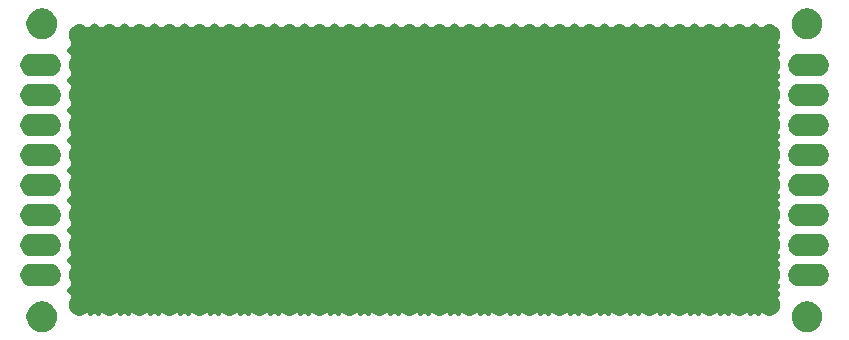
<source format=gbr>
G04 #@! TF.GenerationSoftware,KiCad,Pcbnew,9.0.1*
G04 #@! TF.CreationDate,2025-05-07T00:03:47-04:00*
G04 #@! TF.ProjectId,matrix-protoboard_10x24,6d617472-6978-42d7-9072-6f746f626f61,rev?*
G04 #@! TF.SameCoordinates,Original*
G04 #@! TF.FileFunction,Soldermask,Top*
G04 #@! TF.FilePolarity,Negative*
%FSLAX46Y46*%
G04 Gerber Fmt 4.6, Leading zero omitted, Abs format (unit mm)*
G04 Created by KiCad (PCBNEW 9.0.1) date 2025-05-07 00:03:47*
%MOMM*%
%LPD*%
G01*
G04 APERTURE LIST*
G04 APERTURE END LIST*
G36*
X107843479Y-87395919D02*
G01*
X108037488Y-87458957D01*
X108219248Y-87551568D01*
X108384282Y-87671472D01*
X108528528Y-87815718D01*
X108648432Y-87980752D01*
X108741043Y-88162512D01*
X108804081Y-88356521D01*
X108835993Y-88558003D01*
X108835993Y-88761997D01*
X108804081Y-88963479D01*
X108741043Y-89157488D01*
X108648432Y-89339248D01*
X108528528Y-89504282D01*
X108384282Y-89648528D01*
X108219248Y-89768432D01*
X108037488Y-89861043D01*
X107843479Y-89924081D01*
X107641997Y-89955993D01*
X107438003Y-89955993D01*
X107236521Y-89924081D01*
X107042512Y-89861043D01*
X106860752Y-89768432D01*
X106695718Y-89648528D01*
X106551472Y-89504282D01*
X106431568Y-89339248D01*
X106338957Y-89157488D01*
X106275919Y-88963479D01*
X106244007Y-88761997D01*
X106244007Y-88558003D01*
X106275919Y-88356521D01*
X106338957Y-88162512D01*
X106431568Y-87980752D01*
X106551472Y-87815718D01*
X106695718Y-87671472D01*
X106860752Y-87551568D01*
X107042512Y-87458957D01*
X107236521Y-87395919D01*
X107438003Y-87364007D01*
X107641997Y-87364007D01*
X107843479Y-87395919D01*
G37*
G36*
X172643479Y-87395919D02*
G01*
X172837488Y-87458957D01*
X173019248Y-87551568D01*
X173184282Y-87671472D01*
X173328528Y-87815718D01*
X173448432Y-87980752D01*
X173541043Y-88162512D01*
X173604081Y-88356521D01*
X173635993Y-88558003D01*
X173635993Y-88761997D01*
X173604081Y-88963479D01*
X173541043Y-89157488D01*
X173448432Y-89339248D01*
X173328528Y-89504282D01*
X173184282Y-89648528D01*
X173019248Y-89768432D01*
X172837488Y-89861043D01*
X172643479Y-89924081D01*
X172441997Y-89955993D01*
X172238003Y-89955993D01*
X172036521Y-89924081D01*
X171842512Y-89861043D01*
X171660752Y-89768432D01*
X171495718Y-89648528D01*
X171351472Y-89504282D01*
X171231568Y-89339248D01*
X171138957Y-89157488D01*
X171075919Y-88963479D01*
X171044007Y-88761997D01*
X171044007Y-88558003D01*
X171075919Y-88356521D01*
X171138957Y-88162512D01*
X171231568Y-87980752D01*
X171351472Y-87815718D01*
X171495718Y-87671472D01*
X171660752Y-87551568D01*
X171842512Y-87458957D01*
X172036521Y-87395919D01*
X172238003Y-87364007D01*
X172441997Y-87364007D01*
X172643479Y-87395919D01*
G37*
G36*
X167964487Y-63799201D02*
G01*
X167965656Y-63799392D01*
X167965835Y-63799509D01*
X167968455Y-63800107D01*
X167972344Y-63801718D01*
X168038846Y-63846154D01*
X168041520Y-63848828D01*
X168286968Y-64094276D01*
X168323722Y-64109500D01*
X168430735Y-64109500D01*
X168440000Y-64109500D01*
X168518455Y-64125107D01*
X168521932Y-64126547D01*
X168522112Y-64126581D01*
X168536379Y-64132301D01*
X168585603Y-64127169D01*
X168587305Y-64126031D01*
X168589046Y-64124291D01*
X168735743Y-64026271D01*
X168898744Y-63958754D01*
X169071785Y-63924334D01*
X169248215Y-63924334D01*
X169421256Y-63958754D01*
X169584257Y-64026271D01*
X169730954Y-64124291D01*
X169855709Y-64249046D01*
X169953729Y-64395743D01*
X170021246Y-64558744D01*
X170055666Y-64731785D01*
X170055666Y-64908215D01*
X170021246Y-65081256D01*
X169953729Y-65244257D01*
X169855709Y-65390954D01*
X169854418Y-65392244D01*
X169846831Y-65431580D01*
X169851852Y-65455380D01*
X169853282Y-65457656D01*
X169854893Y-65461545D01*
X169864609Y-65510390D01*
X169904995Y-65549853D01*
X169941455Y-65557107D01*
X169945344Y-65558718D01*
X169980413Y-65583602D01*
X170007267Y-65601101D01*
X170009554Y-65604279D01*
X170019749Y-65611514D01*
X170054163Y-65666284D01*
X170054810Y-65667183D01*
X170054851Y-65667379D01*
X170056282Y-65669656D01*
X170057893Y-65673545D01*
X170065100Y-65715957D01*
X170071713Y-65747299D01*
X170071083Y-65751161D01*
X170073178Y-65763489D01*
X170058795Y-65826502D01*
X170058607Y-65827656D01*
X170058491Y-65827833D01*
X170057893Y-65830455D01*
X170056282Y-65834344D01*
X170011846Y-65900846D01*
X169905036Y-66007656D01*
X169859113Y-66053579D01*
X169859113Y-66136421D01*
X170011846Y-66289154D01*
X170056282Y-66355656D01*
X170057893Y-66359545D01*
X170065100Y-66401954D01*
X170071713Y-66433299D01*
X170071083Y-66437161D01*
X170073178Y-66449489D01*
X170058795Y-66512502D01*
X170058607Y-66513656D01*
X170058491Y-66513833D01*
X170057893Y-66516455D01*
X170056282Y-66520344D01*
X170031385Y-66555430D01*
X170013898Y-66582267D01*
X170010721Y-66584552D01*
X170003486Y-66594749D01*
X169948715Y-66629163D01*
X169947817Y-66629810D01*
X169947620Y-66629851D01*
X169945344Y-66631282D01*
X169941455Y-66632893D01*
X169901649Y-66640811D01*
X169862334Y-66681044D01*
X169854893Y-66718455D01*
X169853448Y-66721941D01*
X169853434Y-66722020D01*
X169847707Y-66736229D01*
X169852801Y-66785560D01*
X169853964Y-66787301D01*
X169855709Y-66789046D01*
X169953729Y-66935743D01*
X170021246Y-67098744D01*
X170055666Y-67271785D01*
X170055666Y-67448215D01*
X170021246Y-67621256D01*
X169953729Y-67784257D01*
X169855709Y-67930954D01*
X169854418Y-67932244D01*
X169846831Y-67971580D01*
X169851852Y-67995380D01*
X169853282Y-67997656D01*
X169854893Y-68001545D01*
X169864609Y-68050390D01*
X169904995Y-68089853D01*
X169941455Y-68097107D01*
X169945344Y-68098718D01*
X169980413Y-68123602D01*
X170007267Y-68141101D01*
X170009554Y-68144279D01*
X170019749Y-68151514D01*
X170054163Y-68206284D01*
X170054810Y-68207183D01*
X170054851Y-68207379D01*
X170056282Y-68209656D01*
X170057893Y-68213545D01*
X170065100Y-68255957D01*
X170071713Y-68287299D01*
X170071083Y-68291161D01*
X170073178Y-68303489D01*
X170058795Y-68366502D01*
X170058607Y-68367656D01*
X170058491Y-68367833D01*
X170057893Y-68370455D01*
X170056282Y-68374344D01*
X170011846Y-68440846D01*
X169905036Y-68547656D01*
X169859113Y-68593579D01*
X169859113Y-68676421D01*
X170011846Y-68829154D01*
X170056282Y-68895656D01*
X170057893Y-68899545D01*
X170065100Y-68941954D01*
X170071713Y-68973299D01*
X170071083Y-68977161D01*
X170073178Y-68989489D01*
X170058795Y-69052502D01*
X170058607Y-69053656D01*
X170058491Y-69053833D01*
X170057893Y-69056455D01*
X170056282Y-69060344D01*
X170031385Y-69095430D01*
X170013898Y-69122267D01*
X170010721Y-69124552D01*
X170003486Y-69134749D01*
X169948715Y-69169163D01*
X169947817Y-69169810D01*
X169947620Y-69169851D01*
X169945344Y-69171282D01*
X169941455Y-69172893D01*
X169901649Y-69180811D01*
X169862334Y-69221044D01*
X169854893Y-69258455D01*
X169853448Y-69261941D01*
X169853434Y-69262020D01*
X169847707Y-69276229D01*
X169852801Y-69325560D01*
X169853964Y-69327301D01*
X169855709Y-69329046D01*
X169953729Y-69475743D01*
X170021246Y-69638744D01*
X170055666Y-69811785D01*
X170055666Y-69988215D01*
X170021246Y-70161256D01*
X169953729Y-70324257D01*
X169855709Y-70470954D01*
X169854418Y-70472244D01*
X169846831Y-70511580D01*
X169851852Y-70535380D01*
X169853282Y-70537656D01*
X169854893Y-70541545D01*
X169864609Y-70590390D01*
X169904995Y-70629853D01*
X169941455Y-70637107D01*
X169945344Y-70638718D01*
X169980413Y-70663602D01*
X170007267Y-70681101D01*
X170009554Y-70684279D01*
X170019749Y-70691514D01*
X170054163Y-70746284D01*
X170054810Y-70747183D01*
X170054851Y-70747379D01*
X170056282Y-70749656D01*
X170057893Y-70753545D01*
X170065100Y-70795957D01*
X170071713Y-70827299D01*
X170071083Y-70831161D01*
X170073178Y-70843489D01*
X170058795Y-70906502D01*
X170058607Y-70907656D01*
X170058491Y-70907833D01*
X170057893Y-70910455D01*
X170056282Y-70914344D01*
X170011846Y-70980846D01*
X169905036Y-71087656D01*
X169859113Y-71133579D01*
X169859113Y-71216421D01*
X170011846Y-71369154D01*
X170056282Y-71435656D01*
X170057893Y-71439545D01*
X170065100Y-71481954D01*
X170071713Y-71513299D01*
X170071083Y-71517161D01*
X170073178Y-71529489D01*
X170058795Y-71592502D01*
X170058607Y-71593656D01*
X170058491Y-71593833D01*
X170057893Y-71596455D01*
X170056282Y-71600344D01*
X170031385Y-71635430D01*
X170013898Y-71662267D01*
X170010721Y-71664552D01*
X170003486Y-71674749D01*
X169948715Y-71709163D01*
X169947817Y-71709810D01*
X169947620Y-71709851D01*
X169945344Y-71711282D01*
X169941455Y-71712893D01*
X169901649Y-71720811D01*
X169862334Y-71761044D01*
X169854893Y-71798455D01*
X169853448Y-71801941D01*
X169853434Y-71802020D01*
X169847707Y-71816229D01*
X169852801Y-71865560D01*
X169853964Y-71867301D01*
X169855709Y-71869046D01*
X169953729Y-72015743D01*
X170021246Y-72178744D01*
X170055666Y-72351785D01*
X170055666Y-72528215D01*
X170021246Y-72701256D01*
X169953729Y-72864257D01*
X169855709Y-73010954D01*
X169854418Y-73012244D01*
X169846831Y-73051580D01*
X169851852Y-73075380D01*
X169853282Y-73077656D01*
X169854893Y-73081545D01*
X169864609Y-73130390D01*
X169904995Y-73169853D01*
X169941455Y-73177107D01*
X169945344Y-73178718D01*
X169980413Y-73203602D01*
X170007267Y-73221101D01*
X170009554Y-73224279D01*
X170019749Y-73231514D01*
X170054163Y-73286284D01*
X170054810Y-73287183D01*
X170054851Y-73287379D01*
X170056282Y-73289656D01*
X170057893Y-73293545D01*
X170065100Y-73335957D01*
X170071713Y-73367299D01*
X170071083Y-73371161D01*
X170073178Y-73383489D01*
X170058795Y-73446502D01*
X170058607Y-73447656D01*
X170058491Y-73447833D01*
X170057893Y-73450455D01*
X170056282Y-73454344D01*
X170011846Y-73520846D01*
X169905036Y-73627656D01*
X169859113Y-73673579D01*
X169859113Y-73756421D01*
X170011846Y-73909154D01*
X170056282Y-73975656D01*
X170057893Y-73979545D01*
X170065100Y-74021954D01*
X170071713Y-74053299D01*
X170071083Y-74057161D01*
X170073178Y-74069489D01*
X170058795Y-74132502D01*
X170058607Y-74133656D01*
X170058491Y-74133833D01*
X170057893Y-74136455D01*
X170056282Y-74140344D01*
X170031385Y-74175430D01*
X170013898Y-74202267D01*
X170010721Y-74204552D01*
X170003486Y-74214749D01*
X169948715Y-74249163D01*
X169947817Y-74249810D01*
X169947620Y-74249851D01*
X169945344Y-74251282D01*
X169941455Y-74252893D01*
X169901649Y-74260811D01*
X169862334Y-74301044D01*
X169854893Y-74338455D01*
X169853448Y-74341941D01*
X169853434Y-74342020D01*
X169847707Y-74356229D01*
X169852801Y-74405560D01*
X169853964Y-74407301D01*
X169855709Y-74409046D01*
X169953729Y-74555743D01*
X170021246Y-74718744D01*
X170055666Y-74891785D01*
X170055666Y-75068215D01*
X170021246Y-75241256D01*
X169953729Y-75404257D01*
X169855709Y-75550954D01*
X169854418Y-75552244D01*
X169846831Y-75591580D01*
X169851852Y-75615380D01*
X169853282Y-75617656D01*
X169854893Y-75621545D01*
X169864609Y-75670390D01*
X169904995Y-75709853D01*
X169941455Y-75717107D01*
X169945344Y-75718718D01*
X169980413Y-75743602D01*
X170007267Y-75761101D01*
X170009554Y-75764279D01*
X170019749Y-75771514D01*
X170054163Y-75826284D01*
X170054810Y-75827183D01*
X170054851Y-75827379D01*
X170056282Y-75829656D01*
X170057893Y-75833545D01*
X170065100Y-75875957D01*
X170071713Y-75907299D01*
X170071083Y-75911161D01*
X170073178Y-75923489D01*
X170058795Y-75986502D01*
X170058607Y-75987656D01*
X170058491Y-75987833D01*
X170057893Y-75990455D01*
X170056282Y-75994344D01*
X170011846Y-76060846D01*
X169905036Y-76167656D01*
X169859113Y-76213579D01*
X169859113Y-76296421D01*
X170011846Y-76449154D01*
X170056282Y-76515656D01*
X170057893Y-76519545D01*
X170065100Y-76561954D01*
X170071713Y-76593299D01*
X170071083Y-76597161D01*
X170073178Y-76609489D01*
X170058795Y-76672502D01*
X170058607Y-76673656D01*
X170058491Y-76673833D01*
X170057893Y-76676455D01*
X170056282Y-76680344D01*
X170031385Y-76715430D01*
X170013898Y-76742267D01*
X170010721Y-76744552D01*
X170003486Y-76754749D01*
X169948715Y-76789163D01*
X169947817Y-76789810D01*
X169947620Y-76789851D01*
X169945344Y-76791282D01*
X169941455Y-76792893D01*
X169901649Y-76800811D01*
X169862334Y-76841044D01*
X169854893Y-76878455D01*
X169853448Y-76881941D01*
X169853434Y-76882020D01*
X169847707Y-76896229D01*
X169852801Y-76945560D01*
X169853964Y-76947301D01*
X169855709Y-76949046D01*
X169953729Y-77095743D01*
X170021246Y-77258744D01*
X170055666Y-77431785D01*
X170055666Y-77608215D01*
X170021246Y-77781256D01*
X169953729Y-77944257D01*
X169855709Y-78090954D01*
X169854418Y-78092244D01*
X169846831Y-78131580D01*
X169851852Y-78155380D01*
X169853282Y-78157656D01*
X169854893Y-78161545D01*
X169864609Y-78210390D01*
X169904995Y-78249853D01*
X169941455Y-78257107D01*
X169945344Y-78258718D01*
X169980413Y-78283602D01*
X170007267Y-78301101D01*
X170009554Y-78304279D01*
X170019749Y-78311514D01*
X170054163Y-78366284D01*
X170054810Y-78367183D01*
X170054851Y-78367379D01*
X170056282Y-78369656D01*
X170057893Y-78373545D01*
X170065100Y-78415957D01*
X170071713Y-78447299D01*
X170071083Y-78451161D01*
X170073178Y-78463489D01*
X170058795Y-78526502D01*
X170058607Y-78527656D01*
X170058491Y-78527833D01*
X170057893Y-78530455D01*
X170056282Y-78534344D01*
X170011846Y-78600846D01*
X169905036Y-78707656D01*
X169859113Y-78753579D01*
X169859113Y-78836421D01*
X170011846Y-78989154D01*
X170056282Y-79055656D01*
X170057893Y-79059545D01*
X170065100Y-79101954D01*
X170071713Y-79133299D01*
X170071083Y-79137161D01*
X170073178Y-79149489D01*
X170058795Y-79212502D01*
X170058607Y-79213656D01*
X170058491Y-79213833D01*
X170057893Y-79216455D01*
X170056282Y-79220344D01*
X170031385Y-79255430D01*
X170013898Y-79282267D01*
X170010721Y-79284552D01*
X170003486Y-79294749D01*
X169948715Y-79329163D01*
X169947817Y-79329810D01*
X169947620Y-79329851D01*
X169945344Y-79331282D01*
X169941455Y-79332893D01*
X169901649Y-79340811D01*
X169862334Y-79381044D01*
X169854893Y-79418455D01*
X169853448Y-79421941D01*
X169853434Y-79422020D01*
X169847707Y-79436229D01*
X169852801Y-79485560D01*
X169853964Y-79487301D01*
X169855709Y-79489046D01*
X169953729Y-79635743D01*
X170021246Y-79798744D01*
X170055666Y-79971785D01*
X170055666Y-80148215D01*
X170021246Y-80321256D01*
X169953729Y-80484257D01*
X169855709Y-80630954D01*
X169854418Y-80632244D01*
X169846831Y-80671580D01*
X169851852Y-80695380D01*
X169853282Y-80697656D01*
X169854893Y-80701545D01*
X169864609Y-80750390D01*
X169904995Y-80789853D01*
X169941455Y-80797107D01*
X169945344Y-80798718D01*
X169980413Y-80823602D01*
X170007267Y-80841101D01*
X170009554Y-80844279D01*
X170019749Y-80851514D01*
X170054163Y-80906284D01*
X170054810Y-80907183D01*
X170054851Y-80907379D01*
X170056282Y-80909656D01*
X170057893Y-80913545D01*
X170065100Y-80955957D01*
X170071713Y-80987299D01*
X170071083Y-80991161D01*
X170073178Y-81003489D01*
X170058795Y-81066502D01*
X170058607Y-81067656D01*
X170058491Y-81067833D01*
X170057893Y-81070455D01*
X170056282Y-81074344D01*
X170011846Y-81140846D01*
X169905036Y-81247656D01*
X169859113Y-81293579D01*
X169859113Y-81376421D01*
X170011846Y-81529154D01*
X170056282Y-81595656D01*
X170057893Y-81599545D01*
X170065100Y-81641954D01*
X170071713Y-81673299D01*
X170071083Y-81677161D01*
X170073178Y-81689489D01*
X170058795Y-81752502D01*
X170058607Y-81753656D01*
X170058491Y-81753833D01*
X170057893Y-81756455D01*
X170056282Y-81760344D01*
X170031385Y-81795430D01*
X170013898Y-81822267D01*
X170010721Y-81824552D01*
X170003486Y-81834749D01*
X169948715Y-81869163D01*
X169947817Y-81869810D01*
X169947620Y-81869851D01*
X169945344Y-81871282D01*
X169941455Y-81872893D01*
X169901649Y-81880811D01*
X169862334Y-81921044D01*
X169854893Y-81958455D01*
X169853448Y-81961941D01*
X169853434Y-81962020D01*
X169847707Y-81976229D01*
X169852801Y-82025560D01*
X169853964Y-82027301D01*
X169855709Y-82029046D01*
X169953729Y-82175743D01*
X170021246Y-82338744D01*
X170055666Y-82511785D01*
X170055666Y-82688215D01*
X170021246Y-82861256D01*
X169953729Y-83024257D01*
X169855709Y-83170954D01*
X169854418Y-83172244D01*
X169846831Y-83211580D01*
X169851852Y-83235380D01*
X169853282Y-83237656D01*
X169854893Y-83241545D01*
X169864609Y-83290390D01*
X169904995Y-83329853D01*
X169941455Y-83337107D01*
X169945344Y-83338718D01*
X169980413Y-83363602D01*
X170007267Y-83381101D01*
X170009554Y-83384279D01*
X170019749Y-83391514D01*
X170054163Y-83446284D01*
X170054810Y-83447183D01*
X170054851Y-83447379D01*
X170056282Y-83449656D01*
X170057893Y-83453545D01*
X170065100Y-83495957D01*
X170071713Y-83527299D01*
X170071083Y-83531161D01*
X170073178Y-83543489D01*
X170058795Y-83606502D01*
X170058607Y-83607656D01*
X170058491Y-83607833D01*
X170057893Y-83610455D01*
X170056282Y-83614344D01*
X170011846Y-83680846D01*
X169905036Y-83787656D01*
X169859113Y-83833579D01*
X169859113Y-83916421D01*
X170011846Y-84069154D01*
X170056282Y-84135656D01*
X170057893Y-84139545D01*
X170065100Y-84181954D01*
X170071713Y-84213299D01*
X170071083Y-84217161D01*
X170073178Y-84229489D01*
X170058795Y-84292502D01*
X170058607Y-84293656D01*
X170058491Y-84293833D01*
X170057893Y-84296455D01*
X170056282Y-84300344D01*
X170031385Y-84335430D01*
X170013898Y-84362267D01*
X170010721Y-84364552D01*
X170003486Y-84374749D01*
X169948715Y-84409163D01*
X169947817Y-84409810D01*
X169947620Y-84409851D01*
X169945344Y-84411282D01*
X169941455Y-84412893D01*
X169901649Y-84420811D01*
X169862334Y-84461044D01*
X169854893Y-84498455D01*
X169853448Y-84501941D01*
X169853434Y-84502020D01*
X169847707Y-84516229D01*
X169852801Y-84565560D01*
X169853964Y-84567301D01*
X169855709Y-84569046D01*
X169953729Y-84715743D01*
X170021246Y-84878744D01*
X170055666Y-85051785D01*
X170055666Y-85228215D01*
X170021246Y-85401256D01*
X169953729Y-85564257D01*
X169855709Y-85710954D01*
X169854418Y-85712244D01*
X169846831Y-85751580D01*
X169851852Y-85775380D01*
X169853282Y-85777656D01*
X169854893Y-85781545D01*
X169864609Y-85830390D01*
X169904995Y-85869853D01*
X169941455Y-85877107D01*
X169945344Y-85878718D01*
X169980413Y-85903602D01*
X170007267Y-85921101D01*
X170009554Y-85924279D01*
X170019749Y-85931514D01*
X170054163Y-85986284D01*
X170054810Y-85987183D01*
X170054851Y-85987379D01*
X170056282Y-85989656D01*
X170057893Y-85993545D01*
X170065100Y-86035957D01*
X170071713Y-86067299D01*
X170071083Y-86071161D01*
X170073178Y-86083489D01*
X170058795Y-86146502D01*
X170058607Y-86147656D01*
X170058491Y-86147833D01*
X170057893Y-86150455D01*
X170056282Y-86154344D01*
X170011846Y-86220846D01*
X169905036Y-86327656D01*
X169859113Y-86373579D01*
X169859113Y-86456421D01*
X170011846Y-86609154D01*
X170056282Y-86675656D01*
X170057893Y-86679545D01*
X170065100Y-86721954D01*
X170071713Y-86753299D01*
X170071083Y-86757161D01*
X170073178Y-86769489D01*
X170058795Y-86832502D01*
X170058607Y-86833656D01*
X170058491Y-86833833D01*
X170057893Y-86836455D01*
X170056282Y-86840344D01*
X170031385Y-86875430D01*
X170013898Y-86902267D01*
X170010721Y-86904552D01*
X170003486Y-86914749D01*
X169948715Y-86949163D01*
X169947817Y-86949810D01*
X169947620Y-86949851D01*
X169945344Y-86951282D01*
X169941455Y-86952893D01*
X169901649Y-86960811D01*
X169862334Y-87001044D01*
X169854893Y-87038455D01*
X169853448Y-87041941D01*
X169853434Y-87042020D01*
X169847707Y-87056229D01*
X169852801Y-87105560D01*
X169853964Y-87107301D01*
X169855709Y-87109046D01*
X169953729Y-87255743D01*
X170021246Y-87418744D01*
X170055666Y-87591785D01*
X170055666Y-87768215D01*
X170021246Y-87941256D01*
X169953729Y-88104257D01*
X169855709Y-88250954D01*
X169730954Y-88375709D01*
X169584257Y-88473729D01*
X169421256Y-88541246D01*
X169248215Y-88575666D01*
X169071785Y-88575666D01*
X168898744Y-88541246D01*
X168735743Y-88473729D01*
X168589046Y-88375709D01*
X168587756Y-88374419D01*
X168548419Y-88366831D01*
X168524619Y-88371851D01*
X168522344Y-88373282D01*
X168518455Y-88374893D01*
X168469606Y-88384610D01*
X168430145Y-88424995D01*
X168422893Y-88461455D01*
X168421282Y-88465344D01*
X168396386Y-88500428D01*
X168378898Y-88527267D01*
X168375721Y-88529552D01*
X168368486Y-88539749D01*
X168313707Y-88574168D01*
X168312816Y-88574810D01*
X168312621Y-88574851D01*
X168310344Y-88576282D01*
X168306455Y-88577893D01*
X168264036Y-88585101D01*
X168232700Y-88591713D01*
X168228838Y-88591083D01*
X168216511Y-88593178D01*
X168153499Y-88578795D01*
X168152343Y-88578607D01*
X168152165Y-88578491D01*
X168149545Y-88577893D01*
X168145656Y-88576282D01*
X168079154Y-88531846D01*
X167926421Y-88379113D01*
X167843579Y-88379113D01*
X167690846Y-88531846D01*
X167624344Y-88576282D01*
X167620455Y-88577893D01*
X167578040Y-88585100D01*
X167546700Y-88591713D01*
X167542838Y-88591083D01*
X167530511Y-88593178D01*
X167467499Y-88578795D01*
X167466343Y-88578607D01*
X167466165Y-88578491D01*
X167463545Y-88577893D01*
X167459656Y-88576282D01*
X167424580Y-88551393D01*
X167397732Y-88533898D01*
X167395445Y-88530719D01*
X167385251Y-88523486D01*
X167350845Y-88468729D01*
X167350188Y-88467816D01*
X167350145Y-88467616D01*
X167348718Y-88465344D01*
X167347107Y-88461455D01*
X167339188Y-88421649D01*
X167298954Y-88382334D01*
X167261545Y-88374893D01*
X167258065Y-88373451D01*
X167257944Y-88373429D01*
X167243709Y-88367703D01*
X167194421Y-88372813D01*
X167192700Y-88373962D01*
X167190954Y-88375709D01*
X167044257Y-88473729D01*
X166881256Y-88541246D01*
X166708215Y-88575666D01*
X166531785Y-88575666D01*
X166358744Y-88541246D01*
X166195743Y-88473729D01*
X166049046Y-88375709D01*
X166047756Y-88374419D01*
X166008419Y-88366831D01*
X165984619Y-88371851D01*
X165982344Y-88373282D01*
X165978455Y-88374893D01*
X165929606Y-88384610D01*
X165890145Y-88424995D01*
X165882893Y-88461455D01*
X165881282Y-88465344D01*
X165856386Y-88500428D01*
X165838898Y-88527267D01*
X165835721Y-88529552D01*
X165828486Y-88539749D01*
X165773707Y-88574168D01*
X165772816Y-88574810D01*
X165772621Y-88574851D01*
X165770344Y-88576282D01*
X165766455Y-88577893D01*
X165724036Y-88585101D01*
X165692700Y-88591713D01*
X165688838Y-88591083D01*
X165676511Y-88593178D01*
X165613499Y-88578795D01*
X165612343Y-88578607D01*
X165612165Y-88578491D01*
X165609545Y-88577893D01*
X165605656Y-88576282D01*
X165539154Y-88531846D01*
X165386421Y-88379113D01*
X165303579Y-88379113D01*
X165150846Y-88531846D01*
X165084344Y-88576282D01*
X165080455Y-88577893D01*
X165038040Y-88585100D01*
X165006700Y-88591713D01*
X165002838Y-88591083D01*
X164990511Y-88593178D01*
X164927499Y-88578795D01*
X164926343Y-88578607D01*
X164926165Y-88578491D01*
X164923545Y-88577893D01*
X164919656Y-88576282D01*
X164884580Y-88551393D01*
X164857732Y-88533898D01*
X164855445Y-88530719D01*
X164845251Y-88523486D01*
X164810845Y-88468729D01*
X164810188Y-88467816D01*
X164810145Y-88467616D01*
X164808718Y-88465344D01*
X164807107Y-88461455D01*
X164799188Y-88421649D01*
X164758954Y-88382334D01*
X164721545Y-88374893D01*
X164718065Y-88373451D01*
X164717944Y-88373429D01*
X164703709Y-88367703D01*
X164654421Y-88372813D01*
X164652700Y-88373962D01*
X164650954Y-88375709D01*
X164504257Y-88473729D01*
X164341256Y-88541246D01*
X164168215Y-88575666D01*
X163991785Y-88575666D01*
X163818744Y-88541246D01*
X163655743Y-88473729D01*
X163509046Y-88375709D01*
X163507756Y-88374419D01*
X163468419Y-88366831D01*
X163444619Y-88371851D01*
X163442344Y-88373282D01*
X163438455Y-88374893D01*
X163389606Y-88384610D01*
X163350145Y-88424995D01*
X163342893Y-88461455D01*
X163341282Y-88465344D01*
X163316386Y-88500428D01*
X163298898Y-88527267D01*
X163295721Y-88529552D01*
X163288486Y-88539749D01*
X163233707Y-88574168D01*
X163232816Y-88574810D01*
X163232621Y-88574851D01*
X163230344Y-88576282D01*
X163226455Y-88577893D01*
X163184036Y-88585101D01*
X163152700Y-88591713D01*
X163148838Y-88591083D01*
X163136511Y-88593178D01*
X163073499Y-88578795D01*
X163072343Y-88578607D01*
X163072165Y-88578491D01*
X163069545Y-88577893D01*
X163065656Y-88576282D01*
X162999154Y-88531846D01*
X162846421Y-88379113D01*
X162763579Y-88379113D01*
X162610846Y-88531846D01*
X162544344Y-88576282D01*
X162540455Y-88577893D01*
X162498040Y-88585100D01*
X162466700Y-88591713D01*
X162462838Y-88591083D01*
X162450511Y-88593178D01*
X162387499Y-88578795D01*
X162386343Y-88578607D01*
X162386165Y-88578491D01*
X162383545Y-88577893D01*
X162379656Y-88576282D01*
X162344580Y-88551393D01*
X162317732Y-88533898D01*
X162315445Y-88530719D01*
X162305251Y-88523486D01*
X162270845Y-88468729D01*
X162270188Y-88467816D01*
X162270145Y-88467616D01*
X162268718Y-88465344D01*
X162267107Y-88461455D01*
X162259188Y-88421649D01*
X162218954Y-88382334D01*
X162181545Y-88374893D01*
X162178065Y-88373451D01*
X162177944Y-88373429D01*
X162163709Y-88367703D01*
X162114421Y-88372813D01*
X162112700Y-88373962D01*
X162110954Y-88375709D01*
X161964257Y-88473729D01*
X161801256Y-88541246D01*
X161628215Y-88575666D01*
X161451785Y-88575666D01*
X161278744Y-88541246D01*
X161115743Y-88473729D01*
X160969046Y-88375709D01*
X160967756Y-88374419D01*
X160928419Y-88366831D01*
X160904619Y-88371851D01*
X160902344Y-88373282D01*
X160898455Y-88374893D01*
X160849606Y-88384610D01*
X160810145Y-88424995D01*
X160802893Y-88461455D01*
X160801282Y-88465344D01*
X160776386Y-88500428D01*
X160758898Y-88527267D01*
X160755721Y-88529552D01*
X160748486Y-88539749D01*
X160693707Y-88574168D01*
X160692816Y-88574810D01*
X160692621Y-88574851D01*
X160690344Y-88576282D01*
X160686455Y-88577893D01*
X160644036Y-88585101D01*
X160612700Y-88591713D01*
X160608838Y-88591083D01*
X160596511Y-88593178D01*
X160533499Y-88578795D01*
X160532343Y-88578607D01*
X160532165Y-88578491D01*
X160529545Y-88577893D01*
X160525656Y-88576282D01*
X160459154Y-88531846D01*
X160306421Y-88379113D01*
X160223579Y-88379113D01*
X160070846Y-88531846D01*
X160004344Y-88576282D01*
X160000455Y-88577893D01*
X159958040Y-88585100D01*
X159926700Y-88591713D01*
X159922838Y-88591083D01*
X159910511Y-88593178D01*
X159847499Y-88578795D01*
X159846343Y-88578607D01*
X159846165Y-88578491D01*
X159843545Y-88577893D01*
X159839656Y-88576282D01*
X159804580Y-88551393D01*
X159777732Y-88533898D01*
X159775445Y-88530719D01*
X159765251Y-88523486D01*
X159730845Y-88468729D01*
X159730188Y-88467816D01*
X159730145Y-88467616D01*
X159728718Y-88465344D01*
X159727107Y-88461455D01*
X159719188Y-88421649D01*
X159678954Y-88382334D01*
X159641545Y-88374893D01*
X159638065Y-88373451D01*
X159637944Y-88373429D01*
X159623709Y-88367703D01*
X159574421Y-88372813D01*
X159572700Y-88373962D01*
X159570954Y-88375709D01*
X159424257Y-88473729D01*
X159261256Y-88541246D01*
X159088215Y-88575666D01*
X158911785Y-88575666D01*
X158738744Y-88541246D01*
X158575743Y-88473729D01*
X158429046Y-88375709D01*
X158427756Y-88374419D01*
X158388419Y-88366831D01*
X158364619Y-88371851D01*
X158362344Y-88373282D01*
X158358455Y-88374893D01*
X158309606Y-88384610D01*
X158270145Y-88424995D01*
X158262893Y-88461455D01*
X158261282Y-88465344D01*
X158236386Y-88500428D01*
X158218898Y-88527267D01*
X158215721Y-88529552D01*
X158208486Y-88539749D01*
X158153707Y-88574168D01*
X158152816Y-88574810D01*
X158152621Y-88574851D01*
X158150344Y-88576282D01*
X158146455Y-88577893D01*
X158104036Y-88585101D01*
X158072700Y-88591713D01*
X158068838Y-88591083D01*
X158056511Y-88593178D01*
X157993499Y-88578795D01*
X157992343Y-88578607D01*
X157992165Y-88578491D01*
X157989545Y-88577893D01*
X157985656Y-88576282D01*
X157919154Y-88531846D01*
X157766421Y-88379113D01*
X157683579Y-88379113D01*
X157530846Y-88531846D01*
X157464344Y-88576282D01*
X157460455Y-88577893D01*
X157418040Y-88585100D01*
X157386700Y-88591713D01*
X157382838Y-88591083D01*
X157370511Y-88593178D01*
X157307499Y-88578795D01*
X157306343Y-88578607D01*
X157306165Y-88578491D01*
X157303545Y-88577893D01*
X157299656Y-88576282D01*
X157264580Y-88551393D01*
X157237732Y-88533898D01*
X157235445Y-88530719D01*
X157225251Y-88523486D01*
X157190845Y-88468729D01*
X157190188Y-88467816D01*
X157190145Y-88467616D01*
X157188718Y-88465344D01*
X157187107Y-88461455D01*
X157179188Y-88421649D01*
X157138954Y-88382334D01*
X157101545Y-88374893D01*
X157098065Y-88373451D01*
X157097944Y-88373429D01*
X157083709Y-88367703D01*
X157034421Y-88372813D01*
X157032700Y-88373962D01*
X157030954Y-88375709D01*
X156884257Y-88473729D01*
X156721256Y-88541246D01*
X156548215Y-88575666D01*
X156371785Y-88575666D01*
X156198744Y-88541246D01*
X156035743Y-88473729D01*
X155889046Y-88375709D01*
X155887756Y-88374419D01*
X155848419Y-88366831D01*
X155824619Y-88371851D01*
X155822344Y-88373282D01*
X155818455Y-88374893D01*
X155769606Y-88384610D01*
X155730145Y-88424995D01*
X155722893Y-88461455D01*
X155721282Y-88465344D01*
X155696386Y-88500428D01*
X155678898Y-88527267D01*
X155675721Y-88529552D01*
X155668486Y-88539749D01*
X155613707Y-88574168D01*
X155612816Y-88574810D01*
X155612621Y-88574851D01*
X155610344Y-88576282D01*
X155606455Y-88577893D01*
X155564036Y-88585101D01*
X155532700Y-88591713D01*
X155528838Y-88591083D01*
X155516511Y-88593178D01*
X155453499Y-88578795D01*
X155452343Y-88578607D01*
X155452165Y-88578491D01*
X155449545Y-88577893D01*
X155445656Y-88576282D01*
X155379154Y-88531846D01*
X155226421Y-88379113D01*
X155143579Y-88379113D01*
X154990846Y-88531846D01*
X154924344Y-88576282D01*
X154920455Y-88577893D01*
X154878040Y-88585100D01*
X154846700Y-88591713D01*
X154842838Y-88591083D01*
X154830511Y-88593178D01*
X154767499Y-88578795D01*
X154766343Y-88578607D01*
X154766165Y-88578491D01*
X154763545Y-88577893D01*
X154759656Y-88576282D01*
X154724580Y-88551393D01*
X154697732Y-88533898D01*
X154695445Y-88530719D01*
X154685251Y-88523486D01*
X154650845Y-88468729D01*
X154650188Y-88467816D01*
X154650145Y-88467616D01*
X154648718Y-88465344D01*
X154647107Y-88461455D01*
X154639188Y-88421649D01*
X154598954Y-88382334D01*
X154561545Y-88374893D01*
X154558065Y-88373451D01*
X154557944Y-88373429D01*
X154543709Y-88367703D01*
X154494421Y-88372813D01*
X154492700Y-88373962D01*
X154490954Y-88375709D01*
X154344257Y-88473729D01*
X154181256Y-88541246D01*
X154008215Y-88575666D01*
X153831785Y-88575666D01*
X153658744Y-88541246D01*
X153495743Y-88473729D01*
X153349046Y-88375709D01*
X153347756Y-88374419D01*
X153308419Y-88366831D01*
X153284619Y-88371851D01*
X153282344Y-88373282D01*
X153278455Y-88374893D01*
X153229606Y-88384610D01*
X153190145Y-88424995D01*
X153182893Y-88461455D01*
X153181282Y-88465344D01*
X153156386Y-88500428D01*
X153138898Y-88527267D01*
X153135721Y-88529552D01*
X153128486Y-88539749D01*
X153073707Y-88574168D01*
X153072816Y-88574810D01*
X153072621Y-88574851D01*
X153070344Y-88576282D01*
X153066455Y-88577893D01*
X153024036Y-88585101D01*
X152992700Y-88591713D01*
X152988838Y-88591083D01*
X152976511Y-88593178D01*
X152913499Y-88578795D01*
X152912343Y-88578607D01*
X152912165Y-88578491D01*
X152909545Y-88577893D01*
X152905656Y-88576282D01*
X152839154Y-88531846D01*
X152686421Y-88379113D01*
X152603579Y-88379113D01*
X152450846Y-88531846D01*
X152384344Y-88576282D01*
X152380455Y-88577893D01*
X152338040Y-88585100D01*
X152306700Y-88591713D01*
X152302838Y-88591083D01*
X152290511Y-88593178D01*
X152227499Y-88578795D01*
X152226343Y-88578607D01*
X152226165Y-88578491D01*
X152223545Y-88577893D01*
X152219656Y-88576282D01*
X152184580Y-88551393D01*
X152157732Y-88533898D01*
X152155445Y-88530719D01*
X152145251Y-88523486D01*
X152110845Y-88468729D01*
X152110188Y-88467816D01*
X152110145Y-88467616D01*
X152108718Y-88465344D01*
X152107107Y-88461455D01*
X152099188Y-88421649D01*
X152058954Y-88382334D01*
X152021545Y-88374893D01*
X152018065Y-88373451D01*
X152017944Y-88373429D01*
X152003709Y-88367703D01*
X151954421Y-88372813D01*
X151952700Y-88373962D01*
X151950954Y-88375709D01*
X151804257Y-88473729D01*
X151641256Y-88541246D01*
X151468215Y-88575666D01*
X151291785Y-88575666D01*
X151118744Y-88541246D01*
X150955743Y-88473729D01*
X150809046Y-88375709D01*
X150807756Y-88374419D01*
X150768419Y-88366831D01*
X150744619Y-88371851D01*
X150742344Y-88373282D01*
X150738455Y-88374893D01*
X150689606Y-88384610D01*
X150650145Y-88424995D01*
X150642893Y-88461455D01*
X150641282Y-88465344D01*
X150616386Y-88500428D01*
X150598898Y-88527267D01*
X150595721Y-88529552D01*
X150588486Y-88539749D01*
X150533707Y-88574168D01*
X150532816Y-88574810D01*
X150532621Y-88574851D01*
X150530344Y-88576282D01*
X150526455Y-88577893D01*
X150484036Y-88585101D01*
X150452700Y-88591713D01*
X150448838Y-88591083D01*
X150436511Y-88593178D01*
X150373499Y-88578795D01*
X150372343Y-88578607D01*
X150372165Y-88578491D01*
X150369545Y-88577893D01*
X150365656Y-88576282D01*
X150299154Y-88531846D01*
X150146421Y-88379113D01*
X150063579Y-88379113D01*
X149910846Y-88531846D01*
X149844344Y-88576282D01*
X149840455Y-88577893D01*
X149798040Y-88585100D01*
X149766700Y-88591713D01*
X149762838Y-88591083D01*
X149750511Y-88593178D01*
X149687499Y-88578795D01*
X149686343Y-88578607D01*
X149686165Y-88578491D01*
X149683545Y-88577893D01*
X149679656Y-88576282D01*
X149644580Y-88551393D01*
X149617732Y-88533898D01*
X149615445Y-88530719D01*
X149605251Y-88523486D01*
X149570845Y-88468729D01*
X149570188Y-88467816D01*
X149570145Y-88467616D01*
X149568718Y-88465344D01*
X149567107Y-88461455D01*
X149559188Y-88421649D01*
X149518954Y-88382334D01*
X149481545Y-88374893D01*
X149478065Y-88373451D01*
X149477944Y-88373429D01*
X149463709Y-88367703D01*
X149414421Y-88372813D01*
X149412700Y-88373962D01*
X149410954Y-88375709D01*
X149264257Y-88473729D01*
X149101256Y-88541246D01*
X148928215Y-88575666D01*
X148751785Y-88575666D01*
X148578744Y-88541246D01*
X148415743Y-88473729D01*
X148269046Y-88375709D01*
X148267756Y-88374419D01*
X148228419Y-88366831D01*
X148204619Y-88371851D01*
X148202344Y-88373282D01*
X148198455Y-88374893D01*
X148149606Y-88384610D01*
X148110145Y-88424995D01*
X148102893Y-88461455D01*
X148101282Y-88465344D01*
X148076386Y-88500428D01*
X148058898Y-88527267D01*
X148055721Y-88529552D01*
X148048486Y-88539749D01*
X147993707Y-88574168D01*
X147992816Y-88574810D01*
X147992621Y-88574851D01*
X147990344Y-88576282D01*
X147986455Y-88577893D01*
X147944036Y-88585101D01*
X147912700Y-88591713D01*
X147908838Y-88591083D01*
X147896511Y-88593178D01*
X147833499Y-88578795D01*
X147832343Y-88578607D01*
X147832165Y-88578491D01*
X147829545Y-88577893D01*
X147825656Y-88576282D01*
X147759154Y-88531846D01*
X147606421Y-88379113D01*
X147523579Y-88379113D01*
X147370846Y-88531846D01*
X147304344Y-88576282D01*
X147300455Y-88577893D01*
X147258040Y-88585100D01*
X147226700Y-88591713D01*
X147222838Y-88591083D01*
X147210511Y-88593178D01*
X147147499Y-88578795D01*
X147146343Y-88578607D01*
X147146165Y-88578491D01*
X147143545Y-88577893D01*
X147139656Y-88576282D01*
X147104580Y-88551393D01*
X147077732Y-88533898D01*
X147075445Y-88530719D01*
X147065251Y-88523486D01*
X147030845Y-88468729D01*
X147030188Y-88467816D01*
X147030145Y-88467616D01*
X147028718Y-88465344D01*
X147027107Y-88461455D01*
X147019188Y-88421649D01*
X146978954Y-88382334D01*
X146941545Y-88374893D01*
X146938065Y-88373451D01*
X146937944Y-88373429D01*
X146923709Y-88367703D01*
X146874421Y-88372813D01*
X146872700Y-88373962D01*
X146870954Y-88375709D01*
X146724257Y-88473729D01*
X146561256Y-88541246D01*
X146388215Y-88575666D01*
X146211785Y-88575666D01*
X146038744Y-88541246D01*
X145875743Y-88473729D01*
X145729046Y-88375709D01*
X145727756Y-88374419D01*
X145688419Y-88366831D01*
X145664619Y-88371851D01*
X145662344Y-88373282D01*
X145658455Y-88374893D01*
X145609606Y-88384610D01*
X145570145Y-88424995D01*
X145562893Y-88461455D01*
X145561282Y-88465344D01*
X145536386Y-88500428D01*
X145518898Y-88527267D01*
X145515721Y-88529552D01*
X145508486Y-88539749D01*
X145453707Y-88574168D01*
X145452816Y-88574810D01*
X145452621Y-88574851D01*
X145450344Y-88576282D01*
X145446455Y-88577893D01*
X145404036Y-88585101D01*
X145372700Y-88591713D01*
X145368838Y-88591083D01*
X145356511Y-88593178D01*
X145293499Y-88578795D01*
X145292343Y-88578607D01*
X145292165Y-88578491D01*
X145289545Y-88577893D01*
X145285656Y-88576282D01*
X145219154Y-88531846D01*
X145066421Y-88379113D01*
X144983579Y-88379113D01*
X144830846Y-88531846D01*
X144764344Y-88576282D01*
X144760455Y-88577893D01*
X144718040Y-88585100D01*
X144686700Y-88591713D01*
X144682838Y-88591083D01*
X144670511Y-88593178D01*
X144607499Y-88578795D01*
X144606343Y-88578607D01*
X144606165Y-88578491D01*
X144603545Y-88577893D01*
X144599656Y-88576282D01*
X144564580Y-88551393D01*
X144537732Y-88533898D01*
X144535445Y-88530719D01*
X144525251Y-88523486D01*
X144490845Y-88468729D01*
X144490188Y-88467816D01*
X144490145Y-88467616D01*
X144488718Y-88465344D01*
X144487107Y-88461455D01*
X144479188Y-88421649D01*
X144438954Y-88382334D01*
X144401545Y-88374893D01*
X144398065Y-88373451D01*
X144397944Y-88373429D01*
X144383709Y-88367703D01*
X144334421Y-88372813D01*
X144332700Y-88373962D01*
X144330954Y-88375709D01*
X144184257Y-88473729D01*
X144021256Y-88541246D01*
X143848215Y-88575666D01*
X143671785Y-88575666D01*
X143498744Y-88541246D01*
X143335743Y-88473729D01*
X143189046Y-88375709D01*
X143187756Y-88374419D01*
X143148419Y-88366831D01*
X143124619Y-88371851D01*
X143122344Y-88373282D01*
X143118455Y-88374893D01*
X143069606Y-88384610D01*
X143030145Y-88424995D01*
X143022893Y-88461455D01*
X143021282Y-88465344D01*
X142996386Y-88500428D01*
X142978898Y-88527267D01*
X142975721Y-88529552D01*
X142968486Y-88539749D01*
X142913707Y-88574168D01*
X142912816Y-88574810D01*
X142912621Y-88574851D01*
X142910344Y-88576282D01*
X142906455Y-88577893D01*
X142864036Y-88585101D01*
X142832700Y-88591713D01*
X142828838Y-88591083D01*
X142816511Y-88593178D01*
X142753499Y-88578795D01*
X142752343Y-88578607D01*
X142752165Y-88578491D01*
X142749545Y-88577893D01*
X142745656Y-88576282D01*
X142679154Y-88531846D01*
X142526421Y-88379113D01*
X142443579Y-88379113D01*
X142290846Y-88531846D01*
X142224344Y-88576282D01*
X142220455Y-88577893D01*
X142178040Y-88585100D01*
X142146700Y-88591713D01*
X142142838Y-88591083D01*
X142130511Y-88593178D01*
X142067499Y-88578795D01*
X142066343Y-88578607D01*
X142066165Y-88578491D01*
X142063545Y-88577893D01*
X142059656Y-88576282D01*
X142024580Y-88551393D01*
X141997732Y-88533898D01*
X141995445Y-88530719D01*
X141985251Y-88523486D01*
X141950845Y-88468729D01*
X141950188Y-88467816D01*
X141950145Y-88467616D01*
X141948718Y-88465344D01*
X141947107Y-88461455D01*
X141939188Y-88421649D01*
X141898954Y-88382334D01*
X141861545Y-88374893D01*
X141858065Y-88373451D01*
X141857944Y-88373429D01*
X141843709Y-88367703D01*
X141794421Y-88372813D01*
X141792700Y-88373962D01*
X141790954Y-88375709D01*
X141644257Y-88473729D01*
X141481256Y-88541246D01*
X141308215Y-88575666D01*
X141131785Y-88575666D01*
X140958744Y-88541246D01*
X140795743Y-88473729D01*
X140649046Y-88375709D01*
X140647756Y-88374419D01*
X140608419Y-88366831D01*
X140584619Y-88371851D01*
X140582344Y-88373282D01*
X140578455Y-88374893D01*
X140529606Y-88384610D01*
X140490145Y-88424995D01*
X140482893Y-88461455D01*
X140481282Y-88465344D01*
X140456386Y-88500428D01*
X140438898Y-88527267D01*
X140435721Y-88529552D01*
X140428486Y-88539749D01*
X140373707Y-88574168D01*
X140372816Y-88574810D01*
X140372621Y-88574851D01*
X140370344Y-88576282D01*
X140366455Y-88577893D01*
X140324036Y-88585101D01*
X140292700Y-88591713D01*
X140288838Y-88591083D01*
X140276511Y-88593178D01*
X140213499Y-88578795D01*
X140212343Y-88578607D01*
X140212165Y-88578491D01*
X140209545Y-88577893D01*
X140205656Y-88576282D01*
X140139154Y-88531846D01*
X139986421Y-88379113D01*
X139903579Y-88379113D01*
X139750846Y-88531846D01*
X139684344Y-88576282D01*
X139680455Y-88577893D01*
X139638040Y-88585100D01*
X139606700Y-88591713D01*
X139602838Y-88591083D01*
X139590511Y-88593178D01*
X139527499Y-88578795D01*
X139526343Y-88578607D01*
X139526165Y-88578491D01*
X139523545Y-88577893D01*
X139519656Y-88576282D01*
X139484580Y-88551393D01*
X139457732Y-88533898D01*
X139455445Y-88530719D01*
X139445251Y-88523486D01*
X139410845Y-88468729D01*
X139410188Y-88467816D01*
X139410145Y-88467616D01*
X139408718Y-88465344D01*
X139407107Y-88461455D01*
X139399188Y-88421649D01*
X139358954Y-88382334D01*
X139321545Y-88374893D01*
X139318065Y-88373451D01*
X139317944Y-88373429D01*
X139303709Y-88367703D01*
X139254421Y-88372813D01*
X139252700Y-88373962D01*
X139250954Y-88375709D01*
X139104257Y-88473729D01*
X138941256Y-88541246D01*
X138768215Y-88575666D01*
X138591785Y-88575666D01*
X138418744Y-88541246D01*
X138255743Y-88473729D01*
X138109046Y-88375709D01*
X138107756Y-88374419D01*
X138068419Y-88366831D01*
X138044619Y-88371851D01*
X138042344Y-88373282D01*
X138038455Y-88374893D01*
X137989606Y-88384610D01*
X137950145Y-88424995D01*
X137942893Y-88461455D01*
X137941282Y-88465344D01*
X137916386Y-88500428D01*
X137898898Y-88527267D01*
X137895721Y-88529552D01*
X137888486Y-88539749D01*
X137833707Y-88574168D01*
X137832816Y-88574810D01*
X137832621Y-88574851D01*
X137830344Y-88576282D01*
X137826455Y-88577893D01*
X137784036Y-88585101D01*
X137752700Y-88591713D01*
X137748838Y-88591083D01*
X137736511Y-88593178D01*
X137673499Y-88578795D01*
X137672343Y-88578607D01*
X137672165Y-88578491D01*
X137669545Y-88577893D01*
X137665656Y-88576282D01*
X137599154Y-88531846D01*
X137446421Y-88379113D01*
X137363579Y-88379113D01*
X137210846Y-88531846D01*
X137144344Y-88576282D01*
X137140455Y-88577893D01*
X137098040Y-88585100D01*
X137066700Y-88591713D01*
X137062838Y-88591083D01*
X137050511Y-88593178D01*
X136987499Y-88578795D01*
X136986343Y-88578607D01*
X136986165Y-88578491D01*
X136983545Y-88577893D01*
X136979656Y-88576282D01*
X136944580Y-88551393D01*
X136917732Y-88533898D01*
X136915445Y-88530719D01*
X136905251Y-88523486D01*
X136870845Y-88468729D01*
X136870188Y-88467816D01*
X136870145Y-88467616D01*
X136868718Y-88465344D01*
X136867107Y-88461455D01*
X136859188Y-88421649D01*
X136818954Y-88382334D01*
X136781545Y-88374893D01*
X136778065Y-88373451D01*
X136777944Y-88373429D01*
X136763709Y-88367703D01*
X136714421Y-88372813D01*
X136712700Y-88373962D01*
X136710954Y-88375709D01*
X136564257Y-88473729D01*
X136401256Y-88541246D01*
X136228215Y-88575666D01*
X136051785Y-88575666D01*
X135878744Y-88541246D01*
X135715743Y-88473729D01*
X135569046Y-88375709D01*
X135567756Y-88374419D01*
X135528419Y-88366831D01*
X135504619Y-88371851D01*
X135502344Y-88373282D01*
X135498455Y-88374893D01*
X135449606Y-88384610D01*
X135410145Y-88424995D01*
X135402893Y-88461455D01*
X135401282Y-88465344D01*
X135376386Y-88500428D01*
X135358898Y-88527267D01*
X135355721Y-88529552D01*
X135348486Y-88539749D01*
X135293707Y-88574168D01*
X135292816Y-88574810D01*
X135292621Y-88574851D01*
X135290344Y-88576282D01*
X135286455Y-88577893D01*
X135244036Y-88585101D01*
X135212700Y-88591713D01*
X135208838Y-88591083D01*
X135196511Y-88593178D01*
X135133499Y-88578795D01*
X135132343Y-88578607D01*
X135132165Y-88578491D01*
X135129545Y-88577893D01*
X135125656Y-88576282D01*
X135059154Y-88531846D01*
X134906421Y-88379113D01*
X134823579Y-88379113D01*
X134670846Y-88531846D01*
X134604344Y-88576282D01*
X134600455Y-88577893D01*
X134558040Y-88585100D01*
X134526700Y-88591713D01*
X134522838Y-88591083D01*
X134510511Y-88593178D01*
X134447499Y-88578795D01*
X134446343Y-88578607D01*
X134446165Y-88578491D01*
X134443545Y-88577893D01*
X134439656Y-88576282D01*
X134404580Y-88551393D01*
X134377732Y-88533898D01*
X134375445Y-88530719D01*
X134365251Y-88523486D01*
X134330845Y-88468729D01*
X134330188Y-88467816D01*
X134330145Y-88467616D01*
X134328718Y-88465344D01*
X134327107Y-88461455D01*
X134319188Y-88421649D01*
X134278954Y-88382334D01*
X134241545Y-88374893D01*
X134238065Y-88373451D01*
X134237944Y-88373429D01*
X134223709Y-88367703D01*
X134174421Y-88372813D01*
X134172700Y-88373962D01*
X134170954Y-88375709D01*
X134024257Y-88473729D01*
X133861256Y-88541246D01*
X133688215Y-88575666D01*
X133511785Y-88575666D01*
X133338744Y-88541246D01*
X133175743Y-88473729D01*
X133029046Y-88375709D01*
X133027756Y-88374419D01*
X132988419Y-88366831D01*
X132964619Y-88371851D01*
X132962344Y-88373282D01*
X132958455Y-88374893D01*
X132909606Y-88384610D01*
X132870145Y-88424995D01*
X132862893Y-88461455D01*
X132861282Y-88465344D01*
X132836386Y-88500428D01*
X132818898Y-88527267D01*
X132815721Y-88529552D01*
X132808486Y-88539749D01*
X132753707Y-88574168D01*
X132752816Y-88574810D01*
X132752621Y-88574851D01*
X132750344Y-88576282D01*
X132746455Y-88577893D01*
X132704036Y-88585101D01*
X132672700Y-88591713D01*
X132668838Y-88591083D01*
X132656511Y-88593178D01*
X132593499Y-88578795D01*
X132592343Y-88578607D01*
X132592165Y-88578491D01*
X132589545Y-88577893D01*
X132585656Y-88576282D01*
X132519154Y-88531846D01*
X132366421Y-88379113D01*
X132283579Y-88379113D01*
X132130846Y-88531846D01*
X132064344Y-88576282D01*
X132060455Y-88577893D01*
X132018040Y-88585100D01*
X131986700Y-88591713D01*
X131982838Y-88591083D01*
X131970511Y-88593178D01*
X131907499Y-88578795D01*
X131906343Y-88578607D01*
X131906165Y-88578491D01*
X131903545Y-88577893D01*
X131899656Y-88576282D01*
X131864580Y-88551393D01*
X131837732Y-88533898D01*
X131835445Y-88530719D01*
X131825251Y-88523486D01*
X131790845Y-88468729D01*
X131790188Y-88467816D01*
X131790145Y-88467616D01*
X131788718Y-88465344D01*
X131787107Y-88461455D01*
X131779188Y-88421649D01*
X131738954Y-88382334D01*
X131701545Y-88374893D01*
X131698065Y-88373451D01*
X131697944Y-88373429D01*
X131683709Y-88367703D01*
X131634421Y-88372813D01*
X131632700Y-88373962D01*
X131630954Y-88375709D01*
X131484257Y-88473729D01*
X131321256Y-88541246D01*
X131148215Y-88575666D01*
X130971785Y-88575666D01*
X130798744Y-88541246D01*
X130635743Y-88473729D01*
X130489046Y-88375709D01*
X130487756Y-88374419D01*
X130448419Y-88366831D01*
X130424619Y-88371851D01*
X130422344Y-88373282D01*
X130418455Y-88374893D01*
X130369606Y-88384610D01*
X130330145Y-88424995D01*
X130322893Y-88461455D01*
X130321282Y-88465344D01*
X130296386Y-88500428D01*
X130278898Y-88527267D01*
X130275721Y-88529552D01*
X130268486Y-88539749D01*
X130213707Y-88574168D01*
X130212816Y-88574810D01*
X130212621Y-88574851D01*
X130210344Y-88576282D01*
X130206455Y-88577893D01*
X130164036Y-88585101D01*
X130132700Y-88591713D01*
X130128838Y-88591083D01*
X130116511Y-88593178D01*
X130053499Y-88578795D01*
X130052343Y-88578607D01*
X130052165Y-88578491D01*
X130049545Y-88577893D01*
X130045656Y-88576282D01*
X129979154Y-88531846D01*
X129826421Y-88379113D01*
X129743579Y-88379113D01*
X129590846Y-88531846D01*
X129524344Y-88576282D01*
X129520455Y-88577893D01*
X129478040Y-88585100D01*
X129446700Y-88591713D01*
X129442838Y-88591083D01*
X129430511Y-88593178D01*
X129367499Y-88578795D01*
X129366343Y-88578607D01*
X129366165Y-88578491D01*
X129363545Y-88577893D01*
X129359656Y-88576282D01*
X129324580Y-88551393D01*
X129297732Y-88533898D01*
X129295445Y-88530719D01*
X129285251Y-88523486D01*
X129250845Y-88468729D01*
X129250188Y-88467816D01*
X129250145Y-88467616D01*
X129248718Y-88465344D01*
X129247107Y-88461455D01*
X129239188Y-88421649D01*
X129198954Y-88382334D01*
X129161545Y-88374893D01*
X129158065Y-88373451D01*
X129157944Y-88373429D01*
X129143709Y-88367703D01*
X129094421Y-88372813D01*
X129092700Y-88373962D01*
X129090954Y-88375709D01*
X128944257Y-88473729D01*
X128781256Y-88541246D01*
X128608215Y-88575666D01*
X128431785Y-88575666D01*
X128258744Y-88541246D01*
X128095743Y-88473729D01*
X127949046Y-88375709D01*
X127947756Y-88374419D01*
X127908419Y-88366831D01*
X127884619Y-88371851D01*
X127882344Y-88373282D01*
X127878455Y-88374893D01*
X127829606Y-88384610D01*
X127790145Y-88424995D01*
X127782893Y-88461455D01*
X127781282Y-88465344D01*
X127756386Y-88500428D01*
X127738898Y-88527267D01*
X127735721Y-88529552D01*
X127728486Y-88539749D01*
X127673707Y-88574168D01*
X127672816Y-88574810D01*
X127672621Y-88574851D01*
X127670344Y-88576282D01*
X127666455Y-88577893D01*
X127624036Y-88585101D01*
X127592700Y-88591713D01*
X127588838Y-88591083D01*
X127576511Y-88593178D01*
X127513499Y-88578795D01*
X127512343Y-88578607D01*
X127512165Y-88578491D01*
X127509545Y-88577893D01*
X127505656Y-88576282D01*
X127439154Y-88531846D01*
X127286421Y-88379113D01*
X127203579Y-88379113D01*
X127050846Y-88531846D01*
X126984344Y-88576282D01*
X126980455Y-88577893D01*
X126938040Y-88585100D01*
X126906700Y-88591713D01*
X126902838Y-88591083D01*
X126890511Y-88593178D01*
X126827499Y-88578795D01*
X126826343Y-88578607D01*
X126826165Y-88578491D01*
X126823545Y-88577893D01*
X126819656Y-88576282D01*
X126784580Y-88551393D01*
X126757732Y-88533898D01*
X126755445Y-88530719D01*
X126745251Y-88523486D01*
X126710845Y-88468729D01*
X126710188Y-88467816D01*
X126710145Y-88467616D01*
X126708718Y-88465344D01*
X126707107Y-88461455D01*
X126699188Y-88421649D01*
X126658954Y-88382334D01*
X126621545Y-88374893D01*
X126618065Y-88373451D01*
X126617944Y-88373429D01*
X126603709Y-88367703D01*
X126554421Y-88372813D01*
X126552700Y-88373962D01*
X126550954Y-88375709D01*
X126404257Y-88473729D01*
X126241256Y-88541246D01*
X126068215Y-88575666D01*
X125891785Y-88575666D01*
X125718744Y-88541246D01*
X125555743Y-88473729D01*
X125409046Y-88375709D01*
X125407756Y-88374419D01*
X125368419Y-88366831D01*
X125344619Y-88371851D01*
X125342344Y-88373282D01*
X125338455Y-88374893D01*
X125289606Y-88384610D01*
X125250145Y-88424995D01*
X125242893Y-88461455D01*
X125241282Y-88465344D01*
X125216386Y-88500428D01*
X125198898Y-88527267D01*
X125195721Y-88529552D01*
X125188486Y-88539749D01*
X125133707Y-88574168D01*
X125132816Y-88574810D01*
X125132621Y-88574851D01*
X125130344Y-88576282D01*
X125126455Y-88577893D01*
X125084036Y-88585101D01*
X125052700Y-88591713D01*
X125048838Y-88591083D01*
X125036511Y-88593178D01*
X124973499Y-88578795D01*
X124972343Y-88578607D01*
X124972165Y-88578491D01*
X124969545Y-88577893D01*
X124965656Y-88576282D01*
X124899154Y-88531846D01*
X124746421Y-88379113D01*
X124663579Y-88379113D01*
X124510846Y-88531846D01*
X124444344Y-88576282D01*
X124440455Y-88577893D01*
X124398040Y-88585100D01*
X124366700Y-88591713D01*
X124362838Y-88591083D01*
X124350511Y-88593178D01*
X124287499Y-88578795D01*
X124286343Y-88578607D01*
X124286165Y-88578491D01*
X124283545Y-88577893D01*
X124279656Y-88576282D01*
X124244580Y-88551393D01*
X124217732Y-88533898D01*
X124215445Y-88530719D01*
X124205251Y-88523486D01*
X124170845Y-88468729D01*
X124170188Y-88467816D01*
X124170145Y-88467616D01*
X124168718Y-88465344D01*
X124167107Y-88461455D01*
X124159188Y-88421649D01*
X124118954Y-88382334D01*
X124081545Y-88374893D01*
X124078065Y-88373451D01*
X124077944Y-88373429D01*
X124063709Y-88367703D01*
X124014421Y-88372813D01*
X124012700Y-88373962D01*
X124010954Y-88375709D01*
X123864257Y-88473729D01*
X123701256Y-88541246D01*
X123528215Y-88575666D01*
X123351785Y-88575666D01*
X123178744Y-88541246D01*
X123015743Y-88473729D01*
X122869046Y-88375709D01*
X122867756Y-88374419D01*
X122828419Y-88366831D01*
X122804619Y-88371851D01*
X122802344Y-88373282D01*
X122798455Y-88374893D01*
X122749606Y-88384610D01*
X122710145Y-88424995D01*
X122702893Y-88461455D01*
X122701282Y-88465344D01*
X122676386Y-88500428D01*
X122658898Y-88527267D01*
X122655721Y-88529552D01*
X122648486Y-88539749D01*
X122593707Y-88574168D01*
X122592816Y-88574810D01*
X122592621Y-88574851D01*
X122590344Y-88576282D01*
X122586455Y-88577893D01*
X122544036Y-88585101D01*
X122512700Y-88591713D01*
X122508838Y-88591083D01*
X122496511Y-88593178D01*
X122433499Y-88578795D01*
X122432343Y-88578607D01*
X122432165Y-88578491D01*
X122429545Y-88577893D01*
X122425656Y-88576282D01*
X122359154Y-88531846D01*
X122206421Y-88379113D01*
X122123579Y-88379113D01*
X121970846Y-88531846D01*
X121904344Y-88576282D01*
X121900455Y-88577893D01*
X121858040Y-88585100D01*
X121826700Y-88591713D01*
X121822838Y-88591083D01*
X121810511Y-88593178D01*
X121747499Y-88578795D01*
X121746343Y-88578607D01*
X121746165Y-88578491D01*
X121743545Y-88577893D01*
X121739656Y-88576282D01*
X121704580Y-88551393D01*
X121677732Y-88533898D01*
X121675445Y-88530719D01*
X121665251Y-88523486D01*
X121630845Y-88468729D01*
X121630188Y-88467816D01*
X121630145Y-88467616D01*
X121628718Y-88465344D01*
X121627107Y-88461455D01*
X121619188Y-88421649D01*
X121578954Y-88382334D01*
X121541545Y-88374893D01*
X121538065Y-88373451D01*
X121537944Y-88373429D01*
X121523709Y-88367703D01*
X121474421Y-88372813D01*
X121472700Y-88373962D01*
X121470954Y-88375709D01*
X121324257Y-88473729D01*
X121161256Y-88541246D01*
X120988215Y-88575666D01*
X120811785Y-88575666D01*
X120638744Y-88541246D01*
X120475743Y-88473729D01*
X120329046Y-88375709D01*
X120327756Y-88374419D01*
X120288419Y-88366831D01*
X120264619Y-88371851D01*
X120262344Y-88373282D01*
X120258455Y-88374893D01*
X120209606Y-88384610D01*
X120170145Y-88424995D01*
X120162893Y-88461455D01*
X120161282Y-88465344D01*
X120136386Y-88500428D01*
X120118898Y-88527267D01*
X120115721Y-88529552D01*
X120108486Y-88539749D01*
X120053707Y-88574168D01*
X120052816Y-88574810D01*
X120052621Y-88574851D01*
X120050344Y-88576282D01*
X120046455Y-88577893D01*
X120004036Y-88585101D01*
X119972700Y-88591713D01*
X119968838Y-88591083D01*
X119956511Y-88593178D01*
X119893499Y-88578795D01*
X119892343Y-88578607D01*
X119892165Y-88578491D01*
X119889545Y-88577893D01*
X119885656Y-88576282D01*
X119819154Y-88531846D01*
X119666421Y-88379113D01*
X119583579Y-88379113D01*
X119430846Y-88531846D01*
X119364344Y-88576282D01*
X119360455Y-88577893D01*
X119318040Y-88585100D01*
X119286700Y-88591713D01*
X119282838Y-88591083D01*
X119270511Y-88593178D01*
X119207499Y-88578795D01*
X119206343Y-88578607D01*
X119206165Y-88578491D01*
X119203545Y-88577893D01*
X119199656Y-88576282D01*
X119164580Y-88551393D01*
X119137732Y-88533898D01*
X119135445Y-88530719D01*
X119125251Y-88523486D01*
X119090845Y-88468729D01*
X119090188Y-88467816D01*
X119090145Y-88467616D01*
X119088718Y-88465344D01*
X119087107Y-88461455D01*
X119079188Y-88421649D01*
X119038954Y-88382334D01*
X119001545Y-88374893D01*
X118998065Y-88373451D01*
X118997944Y-88373429D01*
X118983709Y-88367703D01*
X118934421Y-88372813D01*
X118932700Y-88373962D01*
X118930954Y-88375709D01*
X118784257Y-88473729D01*
X118621256Y-88541246D01*
X118448215Y-88575666D01*
X118271785Y-88575666D01*
X118098744Y-88541246D01*
X117935743Y-88473729D01*
X117789046Y-88375709D01*
X117787756Y-88374419D01*
X117748419Y-88366831D01*
X117724619Y-88371851D01*
X117722344Y-88373282D01*
X117718455Y-88374893D01*
X117669606Y-88384610D01*
X117630145Y-88424995D01*
X117622893Y-88461455D01*
X117621282Y-88465344D01*
X117596386Y-88500428D01*
X117578898Y-88527267D01*
X117575721Y-88529552D01*
X117568486Y-88539749D01*
X117513707Y-88574168D01*
X117512816Y-88574810D01*
X117512621Y-88574851D01*
X117510344Y-88576282D01*
X117506455Y-88577893D01*
X117464036Y-88585101D01*
X117432700Y-88591713D01*
X117428838Y-88591083D01*
X117416511Y-88593178D01*
X117353499Y-88578795D01*
X117352343Y-88578607D01*
X117352165Y-88578491D01*
X117349545Y-88577893D01*
X117345656Y-88576282D01*
X117279154Y-88531846D01*
X117126421Y-88379113D01*
X117043579Y-88379113D01*
X116890846Y-88531846D01*
X116824344Y-88576282D01*
X116820455Y-88577893D01*
X116778040Y-88585100D01*
X116746700Y-88591713D01*
X116742838Y-88591083D01*
X116730511Y-88593178D01*
X116667499Y-88578795D01*
X116666343Y-88578607D01*
X116666165Y-88578491D01*
X116663545Y-88577893D01*
X116659656Y-88576282D01*
X116624580Y-88551393D01*
X116597732Y-88533898D01*
X116595445Y-88530719D01*
X116585251Y-88523486D01*
X116550845Y-88468729D01*
X116550188Y-88467816D01*
X116550145Y-88467616D01*
X116548718Y-88465344D01*
X116547107Y-88461455D01*
X116539188Y-88421649D01*
X116498954Y-88382334D01*
X116461545Y-88374893D01*
X116458065Y-88373451D01*
X116457944Y-88373429D01*
X116443709Y-88367703D01*
X116394421Y-88372813D01*
X116392700Y-88373962D01*
X116390954Y-88375709D01*
X116244257Y-88473729D01*
X116081256Y-88541246D01*
X115908215Y-88575666D01*
X115731785Y-88575666D01*
X115558744Y-88541246D01*
X115395743Y-88473729D01*
X115249046Y-88375709D01*
X115247756Y-88374419D01*
X115208419Y-88366831D01*
X115184619Y-88371851D01*
X115182344Y-88373282D01*
X115178455Y-88374893D01*
X115129606Y-88384610D01*
X115090145Y-88424995D01*
X115082893Y-88461455D01*
X115081282Y-88465344D01*
X115056386Y-88500428D01*
X115038898Y-88527267D01*
X115035721Y-88529552D01*
X115028486Y-88539749D01*
X114973707Y-88574168D01*
X114972816Y-88574810D01*
X114972621Y-88574851D01*
X114970344Y-88576282D01*
X114966455Y-88577893D01*
X114924036Y-88585101D01*
X114892700Y-88591713D01*
X114888838Y-88591083D01*
X114876511Y-88593178D01*
X114813499Y-88578795D01*
X114812343Y-88578607D01*
X114812165Y-88578491D01*
X114809545Y-88577893D01*
X114805656Y-88576282D01*
X114739154Y-88531846D01*
X114586421Y-88379113D01*
X114503579Y-88379113D01*
X114350846Y-88531846D01*
X114284344Y-88576282D01*
X114280455Y-88577893D01*
X114238040Y-88585100D01*
X114206700Y-88591713D01*
X114202838Y-88591083D01*
X114190511Y-88593178D01*
X114127499Y-88578795D01*
X114126343Y-88578607D01*
X114126165Y-88578491D01*
X114123545Y-88577893D01*
X114119656Y-88576282D01*
X114084580Y-88551393D01*
X114057732Y-88533898D01*
X114055445Y-88530719D01*
X114045251Y-88523486D01*
X114010845Y-88468729D01*
X114010188Y-88467816D01*
X114010145Y-88467616D01*
X114008718Y-88465344D01*
X114007107Y-88461455D01*
X113999188Y-88421649D01*
X113958954Y-88382334D01*
X113921545Y-88374893D01*
X113918065Y-88373451D01*
X113917944Y-88373429D01*
X113903709Y-88367703D01*
X113854421Y-88372813D01*
X113852700Y-88373962D01*
X113850954Y-88375709D01*
X113704257Y-88473729D01*
X113541256Y-88541246D01*
X113368215Y-88575666D01*
X113191785Y-88575666D01*
X113018744Y-88541246D01*
X112855743Y-88473729D01*
X112709046Y-88375709D01*
X112707756Y-88374419D01*
X112668419Y-88366831D01*
X112644619Y-88371851D01*
X112642344Y-88373282D01*
X112638455Y-88374893D01*
X112589606Y-88384610D01*
X112550145Y-88424995D01*
X112542893Y-88461455D01*
X112541282Y-88465344D01*
X112516386Y-88500428D01*
X112498898Y-88527267D01*
X112495721Y-88529552D01*
X112488486Y-88539749D01*
X112433707Y-88574168D01*
X112432816Y-88574810D01*
X112432621Y-88574851D01*
X112430344Y-88576282D01*
X112426455Y-88577893D01*
X112384036Y-88585101D01*
X112352700Y-88591713D01*
X112348838Y-88591083D01*
X112336511Y-88593178D01*
X112273499Y-88578795D01*
X112272343Y-88578607D01*
X112272165Y-88578491D01*
X112269545Y-88577893D01*
X112265656Y-88576282D01*
X112199154Y-88531846D01*
X112046421Y-88379113D01*
X111963579Y-88379113D01*
X111810846Y-88531846D01*
X111744344Y-88576282D01*
X111740455Y-88577893D01*
X111698040Y-88585100D01*
X111666700Y-88591713D01*
X111662838Y-88591083D01*
X111650511Y-88593178D01*
X111587499Y-88578795D01*
X111586343Y-88578607D01*
X111586165Y-88578491D01*
X111583545Y-88577893D01*
X111579656Y-88576282D01*
X111544580Y-88551393D01*
X111517732Y-88533898D01*
X111515445Y-88530719D01*
X111505251Y-88523486D01*
X111470845Y-88468729D01*
X111470188Y-88467816D01*
X111470145Y-88467616D01*
X111468718Y-88465344D01*
X111467107Y-88461455D01*
X111459188Y-88421649D01*
X111418954Y-88382334D01*
X111381545Y-88374893D01*
X111378065Y-88373451D01*
X111377944Y-88373429D01*
X111363709Y-88367703D01*
X111314421Y-88372813D01*
X111312700Y-88373962D01*
X111310954Y-88375709D01*
X111164257Y-88473729D01*
X111001256Y-88541246D01*
X110828215Y-88575666D01*
X110651785Y-88575666D01*
X110478744Y-88541246D01*
X110315743Y-88473729D01*
X110169046Y-88375709D01*
X110044291Y-88250954D01*
X109946271Y-88104257D01*
X109878754Y-87941256D01*
X109844334Y-87768215D01*
X109844334Y-87591785D01*
X109878754Y-87418744D01*
X109946271Y-87255743D01*
X110044291Y-87109046D01*
X110045579Y-87107757D01*
X110053168Y-87068420D01*
X110048146Y-87044617D01*
X110046718Y-87042344D01*
X110045107Y-87038455D01*
X110029500Y-86960000D01*
X110029500Y-86843722D01*
X110014276Y-86806968D01*
X109772706Y-86565398D01*
X109766154Y-86558846D01*
X109721718Y-86492344D01*
X109720107Y-86488455D01*
X109712903Y-86446064D01*
X109706286Y-86414700D01*
X109706916Y-86410835D01*
X109704822Y-86398511D01*
X109719200Y-86335514D01*
X109719392Y-86334343D01*
X109719509Y-86334162D01*
X109720107Y-86331545D01*
X109721718Y-86327656D01*
X109766154Y-86261154D01*
X109768826Y-86258481D01*
X109768828Y-86258479D01*
X110014276Y-86013032D01*
X110029500Y-85976278D01*
X110029500Y-85869264D01*
X110029500Y-85860000D01*
X110045107Y-85781545D01*
X110046546Y-85778070D01*
X110046588Y-85777847D01*
X110052304Y-85763559D01*
X110047158Y-85714379D01*
X110046034Y-85712697D01*
X110044291Y-85710954D01*
X109946271Y-85564257D01*
X109878754Y-85401256D01*
X109844334Y-85228215D01*
X109844334Y-85051785D01*
X109878754Y-84878744D01*
X109946271Y-84715743D01*
X110044291Y-84569046D01*
X110045579Y-84567757D01*
X110053168Y-84528420D01*
X110048146Y-84504617D01*
X110046718Y-84502344D01*
X110045107Y-84498455D01*
X110029500Y-84420000D01*
X110029500Y-84303722D01*
X110014276Y-84266968D01*
X109772706Y-84025398D01*
X109766154Y-84018846D01*
X109721718Y-83952344D01*
X109720107Y-83948455D01*
X109712903Y-83906064D01*
X109706286Y-83874700D01*
X109706916Y-83870835D01*
X109704822Y-83858511D01*
X109719200Y-83795514D01*
X109719392Y-83794343D01*
X109719509Y-83794162D01*
X109720107Y-83791545D01*
X109721718Y-83787656D01*
X109766154Y-83721154D01*
X109768826Y-83718481D01*
X109768828Y-83718479D01*
X110014276Y-83473032D01*
X110029500Y-83436278D01*
X110029500Y-83329264D01*
X110029500Y-83320000D01*
X110045107Y-83241545D01*
X110046546Y-83238070D01*
X110046588Y-83237847D01*
X110052304Y-83223559D01*
X110047158Y-83174379D01*
X110046034Y-83172697D01*
X110044291Y-83170954D01*
X109946271Y-83024257D01*
X109878754Y-82861256D01*
X109844334Y-82688215D01*
X109844334Y-82511785D01*
X109878754Y-82338744D01*
X109946271Y-82175743D01*
X110044291Y-82029046D01*
X110045579Y-82027757D01*
X110053168Y-81988420D01*
X110048146Y-81964617D01*
X110046718Y-81962344D01*
X110045107Y-81958455D01*
X110029500Y-81880000D01*
X110029500Y-81763722D01*
X110014276Y-81726968D01*
X109772706Y-81485398D01*
X109766154Y-81478846D01*
X109721718Y-81412344D01*
X109720107Y-81408455D01*
X109712903Y-81366064D01*
X109706286Y-81334700D01*
X109706916Y-81330835D01*
X109704822Y-81318511D01*
X109719200Y-81255514D01*
X109719392Y-81254343D01*
X109719509Y-81254162D01*
X109720107Y-81251545D01*
X109721718Y-81247656D01*
X109766154Y-81181154D01*
X109768826Y-81178481D01*
X109768828Y-81178479D01*
X110014276Y-80933032D01*
X110029500Y-80896278D01*
X110029500Y-80789264D01*
X110029500Y-80780000D01*
X110045107Y-80701545D01*
X110046546Y-80698070D01*
X110046588Y-80697847D01*
X110052304Y-80683559D01*
X110047158Y-80634379D01*
X110046034Y-80632697D01*
X110044291Y-80630954D01*
X109946271Y-80484257D01*
X109878754Y-80321256D01*
X109844334Y-80148215D01*
X109844334Y-79971785D01*
X109878754Y-79798744D01*
X109946271Y-79635743D01*
X110044291Y-79489046D01*
X110045579Y-79487757D01*
X110053168Y-79448420D01*
X110048146Y-79424617D01*
X110046718Y-79422344D01*
X110045107Y-79418455D01*
X110029500Y-79340000D01*
X110029500Y-79223722D01*
X110014276Y-79186968D01*
X109772706Y-78945398D01*
X109766154Y-78938846D01*
X109721718Y-78872344D01*
X109720107Y-78868455D01*
X109712903Y-78826064D01*
X109706286Y-78794700D01*
X109706916Y-78790835D01*
X109704822Y-78778511D01*
X109719200Y-78715514D01*
X109719392Y-78714343D01*
X109719509Y-78714162D01*
X109720107Y-78711545D01*
X109721718Y-78707656D01*
X109766154Y-78641154D01*
X109768826Y-78638481D01*
X109768828Y-78638479D01*
X110014276Y-78393032D01*
X110029500Y-78356278D01*
X110029500Y-78249264D01*
X110029500Y-78240000D01*
X110045107Y-78161545D01*
X110046546Y-78158070D01*
X110046588Y-78157847D01*
X110052304Y-78143559D01*
X110047158Y-78094379D01*
X110046034Y-78092697D01*
X110044291Y-78090954D01*
X109946271Y-77944257D01*
X109878754Y-77781256D01*
X109844334Y-77608215D01*
X109844334Y-77431785D01*
X109878754Y-77258744D01*
X109946271Y-77095743D01*
X110044291Y-76949046D01*
X110045579Y-76947757D01*
X110053168Y-76908420D01*
X110048146Y-76884617D01*
X110046718Y-76882344D01*
X110045107Y-76878455D01*
X110029500Y-76800000D01*
X110029500Y-76683722D01*
X110014276Y-76646968D01*
X109772706Y-76405398D01*
X109766154Y-76398846D01*
X109721718Y-76332344D01*
X109720107Y-76328455D01*
X109712903Y-76286064D01*
X109706286Y-76254700D01*
X109706916Y-76250835D01*
X109704822Y-76238511D01*
X109719200Y-76175514D01*
X109719392Y-76174343D01*
X109719509Y-76174162D01*
X109720107Y-76171545D01*
X109721718Y-76167656D01*
X109766154Y-76101154D01*
X109768826Y-76098481D01*
X109768828Y-76098479D01*
X110014276Y-75853032D01*
X110029500Y-75816278D01*
X110029500Y-75709264D01*
X110029500Y-75700000D01*
X110045107Y-75621545D01*
X110046546Y-75618070D01*
X110046588Y-75617847D01*
X110052304Y-75603559D01*
X110047158Y-75554379D01*
X110046034Y-75552697D01*
X110044291Y-75550954D01*
X109946271Y-75404257D01*
X109878754Y-75241256D01*
X109844334Y-75068215D01*
X109844334Y-74891785D01*
X109878754Y-74718744D01*
X109946271Y-74555743D01*
X110044291Y-74409046D01*
X110045579Y-74407757D01*
X110053168Y-74368420D01*
X110048146Y-74344617D01*
X110046718Y-74342344D01*
X110045107Y-74338455D01*
X110029500Y-74260000D01*
X110029500Y-74143722D01*
X110014276Y-74106968D01*
X109772706Y-73865398D01*
X109766154Y-73858846D01*
X109721718Y-73792344D01*
X109720107Y-73788455D01*
X109712903Y-73746064D01*
X109706286Y-73714700D01*
X109706916Y-73710835D01*
X109704822Y-73698511D01*
X109719200Y-73635514D01*
X109719392Y-73634343D01*
X109719509Y-73634162D01*
X109720107Y-73631545D01*
X109721718Y-73627656D01*
X109766154Y-73561154D01*
X109768826Y-73558481D01*
X109768828Y-73558479D01*
X110014276Y-73313032D01*
X110029500Y-73276278D01*
X110029500Y-73169264D01*
X110029500Y-73160000D01*
X110045107Y-73081545D01*
X110046546Y-73078070D01*
X110046588Y-73077847D01*
X110052304Y-73063559D01*
X110047158Y-73014379D01*
X110046034Y-73012697D01*
X110044291Y-73010954D01*
X109946271Y-72864257D01*
X109878754Y-72701256D01*
X109844334Y-72528215D01*
X109844334Y-72351785D01*
X109878754Y-72178744D01*
X109946271Y-72015743D01*
X110044291Y-71869046D01*
X110045579Y-71867757D01*
X110053168Y-71828420D01*
X110048146Y-71804617D01*
X110046718Y-71802344D01*
X110045107Y-71798455D01*
X110029500Y-71720000D01*
X110029500Y-71603722D01*
X110014276Y-71566968D01*
X109772706Y-71325398D01*
X109766154Y-71318846D01*
X109721718Y-71252344D01*
X109720107Y-71248455D01*
X109712903Y-71206064D01*
X109706286Y-71174700D01*
X109706916Y-71170835D01*
X109704822Y-71158511D01*
X109719200Y-71095514D01*
X109719392Y-71094343D01*
X109719509Y-71094162D01*
X109720107Y-71091545D01*
X109721718Y-71087656D01*
X109766154Y-71021154D01*
X109768826Y-71018481D01*
X109768828Y-71018479D01*
X110014276Y-70773032D01*
X110029500Y-70736278D01*
X110029500Y-70629264D01*
X110029500Y-70620000D01*
X110045107Y-70541545D01*
X110046546Y-70538070D01*
X110046588Y-70537847D01*
X110052304Y-70523559D01*
X110047158Y-70474379D01*
X110046034Y-70472697D01*
X110044291Y-70470954D01*
X109946271Y-70324257D01*
X109878754Y-70161256D01*
X109844334Y-69988215D01*
X109844334Y-69811785D01*
X109878754Y-69638744D01*
X109946271Y-69475743D01*
X110044291Y-69329046D01*
X110045579Y-69327757D01*
X110053168Y-69288420D01*
X110048146Y-69264617D01*
X110046718Y-69262344D01*
X110045107Y-69258455D01*
X110029500Y-69180000D01*
X110029500Y-69063722D01*
X110014276Y-69026968D01*
X109772706Y-68785398D01*
X109766154Y-68778846D01*
X109721718Y-68712344D01*
X109720107Y-68708455D01*
X109712903Y-68666064D01*
X109706286Y-68634700D01*
X109706916Y-68630835D01*
X109704822Y-68618511D01*
X109719200Y-68555514D01*
X109719392Y-68554343D01*
X109719509Y-68554162D01*
X109720107Y-68551545D01*
X109721718Y-68547656D01*
X109766154Y-68481154D01*
X109768826Y-68478481D01*
X109768828Y-68478479D01*
X110014276Y-68233032D01*
X110029500Y-68196278D01*
X110029500Y-68089264D01*
X110029500Y-68080000D01*
X110045107Y-68001545D01*
X110046546Y-67998070D01*
X110046588Y-67997847D01*
X110052304Y-67983559D01*
X110047158Y-67934379D01*
X110046034Y-67932697D01*
X110044291Y-67930954D01*
X109946271Y-67784257D01*
X109878754Y-67621256D01*
X109844334Y-67448215D01*
X109844334Y-67271785D01*
X109878754Y-67098744D01*
X109946271Y-66935743D01*
X110044291Y-66789046D01*
X110045579Y-66787757D01*
X110053168Y-66748420D01*
X110048146Y-66724617D01*
X110046718Y-66722344D01*
X110045107Y-66718455D01*
X110029500Y-66640000D01*
X110029500Y-66523722D01*
X110014276Y-66486968D01*
X109772706Y-66245398D01*
X109766154Y-66238846D01*
X109721718Y-66172344D01*
X109720107Y-66168455D01*
X109712903Y-66126064D01*
X109706286Y-66094700D01*
X109706916Y-66090835D01*
X109704822Y-66078511D01*
X109719200Y-66015514D01*
X109719392Y-66014343D01*
X109719509Y-66014162D01*
X109720107Y-66011545D01*
X109721718Y-66007656D01*
X109766154Y-65941154D01*
X109768826Y-65938481D01*
X109768828Y-65938479D01*
X110014276Y-65693032D01*
X110029500Y-65656278D01*
X110029500Y-65549264D01*
X110029500Y-65540000D01*
X110045107Y-65461545D01*
X110046546Y-65458070D01*
X110046588Y-65457847D01*
X110052304Y-65443559D01*
X110047158Y-65394379D01*
X110046034Y-65392697D01*
X110044291Y-65390954D01*
X109946271Y-65244257D01*
X109878754Y-65081256D01*
X109844334Y-64908215D01*
X109844334Y-64731785D01*
X109878754Y-64558744D01*
X109946271Y-64395743D01*
X110044291Y-64249046D01*
X110169046Y-64124291D01*
X110315743Y-64026271D01*
X110478744Y-63958754D01*
X110651785Y-63924334D01*
X110828215Y-63924334D01*
X111001256Y-63958754D01*
X111164257Y-64026271D01*
X111310954Y-64124291D01*
X111312242Y-64125579D01*
X111351579Y-64133168D01*
X111375383Y-64128146D01*
X111377656Y-64126718D01*
X111381545Y-64125107D01*
X111460000Y-64109500D01*
X111576278Y-64109500D01*
X111613032Y-64094276D01*
X111854601Y-63852706D01*
X111854604Y-63852703D01*
X111861154Y-63846154D01*
X111927656Y-63801718D01*
X111931545Y-63800107D01*
X111973930Y-63792904D01*
X112005299Y-63786286D01*
X112009164Y-63786916D01*
X112021489Y-63784822D01*
X112084487Y-63799201D01*
X112085656Y-63799392D01*
X112085835Y-63799509D01*
X112088455Y-63800107D01*
X112092344Y-63801718D01*
X112158846Y-63846154D01*
X112161520Y-63848828D01*
X112406968Y-64094276D01*
X112443722Y-64109500D01*
X112550735Y-64109500D01*
X112560000Y-64109500D01*
X112638455Y-64125107D01*
X112641932Y-64126547D01*
X112642112Y-64126581D01*
X112656379Y-64132301D01*
X112705603Y-64127169D01*
X112707305Y-64126031D01*
X112709046Y-64124291D01*
X112855743Y-64026271D01*
X113018744Y-63958754D01*
X113191785Y-63924334D01*
X113368215Y-63924334D01*
X113541256Y-63958754D01*
X113704257Y-64026271D01*
X113850954Y-64124291D01*
X113852242Y-64125579D01*
X113891579Y-64133168D01*
X113915383Y-64128146D01*
X113917656Y-64126718D01*
X113921545Y-64125107D01*
X114000000Y-64109500D01*
X114116278Y-64109500D01*
X114153032Y-64094276D01*
X114394601Y-63852706D01*
X114394604Y-63852703D01*
X114401154Y-63846154D01*
X114467656Y-63801718D01*
X114471545Y-63800107D01*
X114513930Y-63792904D01*
X114545299Y-63786286D01*
X114549164Y-63786916D01*
X114561489Y-63784822D01*
X114624487Y-63799201D01*
X114625656Y-63799392D01*
X114625835Y-63799509D01*
X114628455Y-63800107D01*
X114632344Y-63801718D01*
X114698846Y-63846154D01*
X114701520Y-63848828D01*
X114946968Y-64094276D01*
X114983722Y-64109500D01*
X115090735Y-64109500D01*
X115100000Y-64109500D01*
X115178455Y-64125107D01*
X115181932Y-64126547D01*
X115182112Y-64126581D01*
X115196379Y-64132301D01*
X115245603Y-64127169D01*
X115247305Y-64126031D01*
X115249046Y-64124291D01*
X115395743Y-64026271D01*
X115558744Y-63958754D01*
X115731785Y-63924334D01*
X115908215Y-63924334D01*
X116081256Y-63958754D01*
X116244257Y-64026271D01*
X116390954Y-64124291D01*
X116392242Y-64125579D01*
X116431579Y-64133168D01*
X116455383Y-64128146D01*
X116457656Y-64126718D01*
X116461545Y-64125107D01*
X116540000Y-64109500D01*
X116656278Y-64109500D01*
X116693032Y-64094276D01*
X116934601Y-63852706D01*
X116934604Y-63852703D01*
X116941154Y-63846154D01*
X117007656Y-63801718D01*
X117011545Y-63800107D01*
X117053930Y-63792904D01*
X117085299Y-63786286D01*
X117089164Y-63786916D01*
X117101489Y-63784822D01*
X117164487Y-63799201D01*
X117165656Y-63799392D01*
X117165835Y-63799509D01*
X117168455Y-63800107D01*
X117172344Y-63801718D01*
X117238846Y-63846154D01*
X117241520Y-63848828D01*
X117486968Y-64094276D01*
X117523722Y-64109500D01*
X117630735Y-64109500D01*
X117640000Y-64109500D01*
X117718455Y-64125107D01*
X117721932Y-64126547D01*
X117722112Y-64126581D01*
X117736379Y-64132301D01*
X117785603Y-64127169D01*
X117787305Y-64126031D01*
X117789046Y-64124291D01*
X117935743Y-64026271D01*
X118098744Y-63958754D01*
X118271785Y-63924334D01*
X118448215Y-63924334D01*
X118621256Y-63958754D01*
X118784257Y-64026271D01*
X118930954Y-64124291D01*
X118932242Y-64125579D01*
X118971579Y-64133168D01*
X118995383Y-64128146D01*
X118997656Y-64126718D01*
X119001545Y-64125107D01*
X119080000Y-64109500D01*
X119196278Y-64109500D01*
X119233032Y-64094276D01*
X119474601Y-63852706D01*
X119474604Y-63852703D01*
X119481154Y-63846154D01*
X119547656Y-63801718D01*
X119551545Y-63800107D01*
X119593930Y-63792904D01*
X119625299Y-63786286D01*
X119629164Y-63786916D01*
X119641489Y-63784822D01*
X119704487Y-63799201D01*
X119705656Y-63799392D01*
X119705835Y-63799509D01*
X119708455Y-63800107D01*
X119712344Y-63801718D01*
X119778846Y-63846154D01*
X119781520Y-63848828D01*
X120026968Y-64094276D01*
X120063722Y-64109500D01*
X120170735Y-64109500D01*
X120180000Y-64109500D01*
X120258455Y-64125107D01*
X120261932Y-64126547D01*
X120262112Y-64126581D01*
X120276379Y-64132301D01*
X120325603Y-64127169D01*
X120327305Y-64126031D01*
X120329046Y-64124291D01*
X120475743Y-64026271D01*
X120638744Y-63958754D01*
X120811785Y-63924334D01*
X120988215Y-63924334D01*
X121161256Y-63958754D01*
X121324257Y-64026271D01*
X121470954Y-64124291D01*
X121472242Y-64125579D01*
X121511579Y-64133168D01*
X121535383Y-64128146D01*
X121537656Y-64126718D01*
X121541545Y-64125107D01*
X121620000Y-64109500D01*
X121736278Y-64109500D01*
X121773032Y-64094276D01*
X122014601Y-63852706D01*
X122014604Y-63852703D01*
X122021154Y-63846154D01*
X122087656Y-63801718D01*
X122091545Y-63800107D01*
X122133930Y-63792904D01*
X122165299Y-63786286D01*
X122169164Y-63786916D01*
X122181489Y-63784822D01*
X122244487Y-63799201D01*
X122245656Y-63799392D01*
X122245835Y-63799509D01*
X122248455Y-63800107D01*
X122252344Y-63801718D01*
X122318846Y-63846154D01*
X122321520Y-63848828D01*
X122566968Y-64094276D01*
X122603722Y-64109500D01*
X122710735Y-64109500D01*
X122720000Y-64109500D01*
X122798455Y-64125107D01*
X122801932Y-64126547D01*
X122802112Y-64126581D01*
X122816379Y-64132301D01*
X122865603Y-64127169D01*
X122867305Y-64126031D01*
X122869046Y-64124291D01*
X123015743Y-64026271D01*
X123178744Y-63958754D01*
X123351785Y-63924334D01*
X123528215Y-63924334D01*
X123701256Y-63958754D01*
X123864257Y-64026271D01*
X124010954Y-64124291D01*
X124012242Y-64125579D01*
X124051579Y-64133168D01*
X124075383Y-64128146D01*
X124077656Y-64126718D01*
X124081545Y-64125107D01*
X124160000Y-64109500D01*
X124276278Y-64109500D01*
X124313032Y-64094276D01*
X124554601Y-63852706D01*
X124554604Y-63852703D01*
X124561154Y-63846154D01*
X124627656Y-63801718D01*
X124631545Y-63800107D01*
X124673930Y-63792904D01*
X124705299Y-63786286D01*
X124709164Y-63786916D01*
X124721489Y-63784822D01*
X124784487Y-63799201D01*
X124785656Y-63799392D01*
X124785835Y-63799509D01*
X124788455Y-63800107D01*
X124792344Y-63801718D01*
X124858846Y-63846154D01*
X124861520Y-63848828D01*
X125106968Y-64094276D01*
X125143722Y-64109500D01*
X125250735Y-64109500D01*
X125260000Y-64109500D01*
X125338455Y-64125107D01*
X125341932Y-64126547D01*
X125342112Y-64126581D01*
X125356379Y-64132301D01*
X125405603Y-64127169D01*
X125407305Y-64126031D01*
X125409046Y-64124291D01*
X125555743Y-64026271D01*
X125718744Y-63958754D01*
X125891785Y-63924334D01*
X126068215Y-63924334D01*
X126241256Y-63958754D01*
X126404257Y-64026271D01*
X126550954Y-64124291D01*
X126552242Y-64125579D01*
X126591579Y-64133168D01*
X126615383Y-64128146D01*
X126617656Y-64126718D01*
X126621545Y-64125107D01*
X126700000Y-64109500D01*
X126816278Y-64109500D01*
X126853032Y-64094276D01*
X127094601Y-63852706D01*
X127094604Y-63852703D01*
X127101154Y-63846154D01*
X127167656Y-63801718D01*
X127171545Y-63800107D01*
X127213930Y-63792904D01*
X127245299Y-63786286D01*
X127249164Y-63786916D01*
X127261489Y-63784822D01*
X127324487Y-63799201D01*
X127325656Y-63799392D01*
X127325835Y-63799509D01*
X127328455Y-63800107D01*
X127332344Y-63801718D01*
X127398846Y-63846154D01*
X127401520Y-63848828D01*
X127646968Y-64094276D01*
X127683722Y-64109500D01*
X127790735Y-64109500D01*
X127800000Y-64109500D01*
X127878455Y-64125107D01*
X127881932Y-64126547D01*
X127882112Y-64126581D01*
X127896379Y-64132301D01*
X127945603Y-64127169D01*
X127947305Y-64126031D01*
X127949046Y-64124291D01*
X128095743Y-64026271D01*
X128258744Y-63958754D01*
X128431785Y-63924334D01*
X128608215Y-63924334D01*
X128781256Y-63958754D01*
X128944257Y-64026271D01*
X129090954Y-64124291D01*
X129092242Y-64125579D01*
X129131579Y-64133168D01*
X129155383Y-64128146D01*
X129157656Y-64126718D01*
X129161545Y-64125107D01*
X129240000Y-64109500D01*
X129356278Y-64109500D01*
X129393032Y-64094276D01*
X129634601Y-63852706D01*
X129634604Y-63852703D01*
X129641154Y-63846154D01*
X129707656Y-63801718D01*
X129711545Y-63800107D01*
X129753930Y-63792904D01*
X129785299Y-63786286D01*
X129789164Y-63786916D01*
X129801489Y-63784822D01*
X129864487Y-63799201D01*
X129865656Y-63799392D01*
X129865835Y-63799509D01*
X129868455Y-63800107D01*
X129872344Y-63801718D01*
X129938846Y-63846154D01*
X129941520Y-63848828D01*
X130186968Y-64094276D01*
X130223722Y-64109500D01*
X130330735Y-64109500D01*
X130340000Y-64109500D01*
X130418455Y-64125107D01*
X130421932Y-64126547D01*
X130422112Y-64126581D01*
X130436379Y-64132301D01*
X130485603Y-64127169D01*
X130487305Y-64126031D01*
X130489046Y-64124291D01*
X130635743Y-64026271D01*
X130798744Y-63958754D01*
X130971785Y-63924334D01*
X131148215Y-63924334D01*
X131321256Y-63958754D01*
X131484257Y-64026271D01*
X131630954Y-64124291D01*
X131632242Y-64125579D01*
X131671579Y-64133168D01*
X131695383Y-64128146D01*
X131697656Y-64126718D01*
X131701545Y-64125107D01*
X131780000Y-64109500D01*
X131896278Y-64109500D01*
X131933032Y-64094276D01*
X132174601Y-63852706D01*
X132174604Y-63852703D01*
X132181154Y-63846154D01*
X132247656Y-63801718D01*
X132251545Y-63800107D01*
X132293930Y-63792904D01*
X132325299Y-63786286D01*
X132329164Y-63786916D01*
X132341489Y-63784822D01*
X132404487Y-63799201D01*
X132405656Y-63799392D01*
X132405835Y-63799509D01*
X132408455Y-63800107D01*
X132412344Y-63801718D01*
X132478846Y-63846154D01*
X132481520Y-63848828D01*
X132726968Y-64094276D01*
X132763722Y-64109500D01*
X132870735Y-64109500D01*
X132880000Y-64109500D01*
X132958455Y-64125107D01*
X132961932Y-64126547D01*
X132962112Y-64126581D01*
X132976379Y-64132301D01*
X133025603Y-64127169D01*
X133027305Y-64126031D01*
X133029046Y-64124291D01*
X133175743Y-64026271D01*
X133338744Y-63958754D01*
X133511785Y-63924334D01*
X133688215Y-63924334D01*
X133861256Y-63958754D01*
X134024257Y-64026271D01*
X134170954Y-64124291D01*
X134172242Y-64125579D01*
X134211579Y-64133168D01*
X134235383Y-64128146D01*
X134237656Y-64126718D01*
X134241545Y-64125107D01*
X134320000Y-64109500D01*
X134436278Y-64109500D01*
X134473032Y-64094276D01*
X134714601Y-63852706D01*
X134714604Y-63852703D01*
X134721154Y-63846154D01*
X134787656Y-63801718D01*
X134791545Y-63800107D01*
X134833930Y-63792904D01*
X134865299Y-63786286D01*
X134869164Y-63786916D01*
X134881489Y-63784822D01*
X134944487Y-63799201D01*
X134945656Y-63799392D01*
X134945835Y-63799509D01*
X134948455Y-63800107D01*
X134952344Y-63801718D01*
X135018846Y-63846154D01*
X135021520Y-63848828D01*
X135266968Y-64094276D01*
X135303722Y-64109500D01*
X135410735Y-64109500D01*
X135420000Y-64109500D01*
X135498455Y-64125107D01*
X135501932Y-64126547D01*
X135502112Y-64126581D01*
X135516379Y-64132301D01*
X135565603Y-64127169D01*
X135567305Y-64126031D01*
X135569046Y-64124291D01*
X135715743Y-64026271D01*
X135878744Y-63958754D01*
X136051785Y-63924334D01*
X136228215Y-63924334D01*
X136401256Y-63958754D01*
X136564257Y-64026271D01*
X136710954Y-64124291D01*
X136712242Y-64125579D01*
X136751579Y-64133168D01*
X136775383Y-64128146D01*
X136777656Y-64126718D01*
X136781545Y-64125107D01*
X136860000Y-64109500D01*
X136976278Y-64109500D01*
X137013032Y-64094276D01*
X137254601Y-63852706D01*
X137254604Y-63852703D01*
X137261154Y-63846154D01*
X137327656Y-63801718D01*
X137331545Y-63800107D01*
X137373930Y-63792904D01*
X137405299Y-63786286D01*
X137409164Y-63786916D01*
X137421489Y-63784822D01*
X137484487Y-63799201D01*
X137485656Y-63799392D01*
X137485835Y-63799509D01*
X137488455Y-63800107D01*
X137492344Y-63801718D01*
X137558846Y-63846154D01*
X137561520Y-63848828D01*
X137806968Y-64094276D01*
X137843722Y-64109500D01*
X137950735Y-64109500D01*
X137960000Y-64109500D01*
X138038455Y-64125107D01*
X138041932Y-64126547D01*
X138042112Y-64126581D01*
X138056379Y-64132301D01*
X138105603Y-64127169D01*
X138107305Y-64126031D01*
X138109046Y-64124291D01*
X138255743Y-64026271D01*
X138418744Y-63958754D01*
X138591785Y-63924334D01*
X138768215Y-63924334D01*
X138941256Y-63958754D01*
X139104257Y-64026271D01*
X139250954Y-64124291D01*
X139252242Y-64125579D01*
X139291579Y-64133168D01*
X139315383Y-64128146D01*
X139317656Y-64126718D01*
X139321545Y-64125107D01*
X139400000Y-64109500D01*
X139516278Y-64109500D01*
X139553032Y-64094276D01*
X139794601Y-63852706D01*
X139794604Y-63852703D01*
X139801154Y-63846154D01*
X139867656Y-63801718D01*
X139871545Y-63800107D01*
X139913930Y-63792904D01*
X139945299Y-63786286D01*
X139949164Y-63786916D01*
X139961489Y-63784822D01*
X140024487Y-63799201D01*
X140025656Y-63799392D01*
X140025835Y-63799509D01*
X140028455Y-63800107D01*
X140032344Y-63801718D01*
X140098846Y-63846154D01*
X140101520Y-63848828D01*
X140346968Y-64094276D01*
X140383722Y-64109500D01*
X140490735Y-64109500D01*
X140500000Y-64109500D01*
X140578455Y-64125107D01*
X140581932Y-64126547D01*
X140582112Y-64126581D01*
X140596379Y-64132301D01*
X140645603Y-64127169D01*
X140647305Y-64126031D01*
X140649046Y-64124291D01*
X140795743Y-64026271D01*
X140958744Y-63958754D01*
X141131785Y-63924334D01*
X141308215Y-63924334D01*
X141481256Y-63958754D01*
X141644257Y-64026271D01*
X141790954Y-64124291D01*
X141792242Y-64125579D01*
X141831579Y-64133168D01*
X141855383Y-64128146D01*
X141857656Y-64126718D01*
X141861545Y-64125107D01*
X141940000Y-64109500D01*
X142056278Y-64109500D01*
X142093032Y-64094276D01*
X142334601Y-63852706D01*
X142334604Y-63852703D01*
X142341154Y-63846154D01*
X142407656Y-63801718D01*
X142411545Y-63800107D01*
X142453930Y-63792904D01*
X142485299Y-63786286D01*
X142489164Y-63786916D01*
X142501489Y-63784822D01*
X142564487Y-63799201D01*
X142565656Y-63799392D01*
X142565835Y-63799509D01*
X142568455Y-63800107D01*
X142572344Y-63801718D01*
X142638846Y-63846154D01*
X142641520Y-63848828D01*
X142886968Y-64094276D01*
X142923722Y-64109500D01*
X143030735Y-64109500D01*
X143040000Y-64109500D01*
X143118455Y-64125107D01*
X143121932Y-64126547D01*
X143122112Y-64126581D01*
X143136379Y-64132301D01*
X143185603Y-64127169D01*
X143187305Y-64126031D01*
X143189046Y-64124291D01*
X143335743Y-64026271D01*
X143498744Y-63958754D01*
X143671785Y-63924334D01*
X143848215Y-63924334D01*
X144021256Y-63958754D01*
X144184257Y-64026271D01*
X144330954Y-64124291D01*
X144332242Y-64125579D01*
X144371579Y-64133168D01*
X144395383Y-64128146D01*
X144397656Y-64126718D01*
X144401545Y-64125107D01*
X144480000Y-64109500D01*
X144596278Y-64109500D01*
X144633032Y-64094276D01*
X144874601Y-63852706D01*
X144874604Y-63852703D01*
X144881154Y-63846154D01*
X144947656Y-63801718D01*
X144951545Y-63800107D01*
X144993930Y-63792904D01*
X145025299Y-63786286D01*
X145029164Y-63786916D01*
X145041489Y-63784822D01*
X145104487Y-63799201D01*
X145105656Y-63799392D01*
X145105835Y-63799509D01*
X145108455Y-63800107D01*
X145112344Y-63801718D01*
X145178846Y-63846154D01*
X145181520Y-63848828D01*
X145426968Y-64094276D01*
X145463722Y-64109500D01*
X145570735Y-64109500D01*
X145580000Y-64109500D01*
X145658455Y-64125107D01*
X145661932Y-64126547D01*
X145662112Y-64126581D01*
X145676379Y-64132301D01*
X145725603Y-64127169D01*
X145727305Y-64126031D01*
X145729046Y-64124291D01*
X145875743Y-64026271D01*
X146038744Y-63958754D01*
X146211785Y-63924334D01*
X146388215Y-63924334D01*
X146561256Y-63958754D01*
X146724257Y-64026271D01*
X146870954Y-64124291D01*
X146872242Y-64125579D01*
X146911579Y-64133168D01*
X146935383Y-64128146D01*
X146937656Y-64126718D01*
X146941545Y-64125107D01*
X147020000Y-64109500D01*
X147136278Y-64109500D01*
X147173032Y-64094276D01*
X147414601Y-63852706D01*
X147414604Y-63852703D01*
X147421154Y-63846154D01*
X147487656Y-63801718D01*
X147491545Y-63800107D01*
X147533930Y-63792904D01*
X147565299Y-63786286D01*
X147569164Y-63786916D01*
X147581489Y-63784822D01*
X147644487Y-63799201D01*
X147645656Y-63799392D01*
X147645835Y-63799509D01*
X147648455Y-63800107D01*
X147652344Y-63801718D01*
X147718846Y-63846154D01*
X147721520Y-63848828D01*
X147966968Y-64094276D01*
X148003722Y-64109500D01*
X148110735Y-64109500D01*
X148120000Y-64109500D01*
X148198455Y-64125107D01*
X148201932Y-64126547D01*
X148202112Y-64126581D01*
X148216379Y-64132301D01*
X148265603Y-64127169D01*
X148267305Y-64126031D01*
X148269046Y-64124291D01*
X148415743Y-64026271D01*
X148578744Y-63958754D01*
X148751785Y-63924334D01*
X148928215Y-63924334D01*
X149101256Y-63958754D01*
X149264257Y-64026271D01*
X149410954Y-64124291D01*
X149412242Y-64125579D01*
X149451579Y-64133168D01*
X149475383Y-64128146D01*
X149477656Y-64126718D01*
X149481545Y-64125107D01*
X149560000Y-64109500D01*
X149676278Y-64109500D01*
X149713032Y-64094276D01*
X149954601Y-63852706D01*
X149954604Y-63852703D01*
X149961154Y-63846154D01*
X150027656Y-63801718D01*
X150031545Y-63800107D01*
X150073930Y-63792904D01*
X150105299Y-63786286D01*
X150109164Y-63786916D01*
X150121489Y-63784822D01*
X150184487Y-63799201D01*
X150185656Y-63799392D01*
X150185835Y-63799509D01*
X150188455Y-63800107D01*
X150192344Y-63801718D01*
X150258846Y-63846154D01*
X150261520Y-63848828D01*
X150506968Y-64094276D01*
X150543722Y-64109500D01*
X150650735Y-64109500D01*
X150660000Y-64109500D01*
X150738455Y-64125107D01*
X150741932Y-64126547D01*
X150742112Y-64126581D01*
X150756379Y-64132301D01*
X150805603Y-64127169D01*
X150807305Y-64126031D01*
X150809046Y-64124291D01*
X150955743Y-64026271D01*
X151118744Y-63958754D01*
X151291785Y-63924334D01*
X151468215Y-63924334D01*
X151641256Y-63958754D01*
X151804257Y-64026271D01*
X151950954Y-64124291D01*
X151952242Y-64125579D01*
X151991579Y-64133168D01*
X152015383Y-64128146D01*
X152017656Y-64126718D01*
X152021545Y-64125107D01*
X152100000Y-64109500D01*
X152216278Y-64109500D01*
X152253032Y-64094276D01*
X152494601Y-63852706D01*
X152494604Y-63852703D01*
X152501154Y-63846154D01*
X152567656Y-63801718D01*
X152571545Y-63800107D01*
X152613930Y-63792904D01*
X152645299Y-63786286D01*
X152649164Y-63786916D01*
X152661489Y-63784822D01*
X152724487Y-63799201D01*
X152725656Y-63799392D01*
X152725835Y-63799509D01*
X152728455Y-63800107D01*
X152732344Y-63801718D01*
X152798846Y-63846154D01*
X152801520Y-63848828D01*
X153046968Y-64094276D01*
X153083722Y-64109500D01*
X153190735Y-64109500D01*
X153200000Y-64109500D01*
X153278455Y-64125107D01*
X153281932Y-64126547D01*
X153282112Y-64126581D01*
X153296379Y-64132301D01*
X153345603Y-64127169D01*
X153347305Y-64126031D01*
X153349046Y-64124291D01*
X153495743Y-64026271D01*
X153658744Y-63958754D01*
X153831785Y-63924334D01*
X154008215Y-63924334D01*
X154181256Y-63958754D01*
X154344257Y-64026271D01*
X154490954Y-64124291D01*
X154492242Y-64125579D01*
X154531579Y-64133168D01*
X154555383Y-64128146D01*
X154557656Y-64126718D01*
X154561545Y-64125107D01*
X154640000Y-64109500D01*
X154756278Y-64109500D01*
X154793032Y-64094276D01*
X155034601Y-63852706D01*
X155034604Y-63852703D01*
X155041154Y-63846154D01*
X155107656Y-63801718D01*
X155111545Y-63800107D01*
X155153930Y-63792904D01*
X155185299Y-63786286D01*
X155189164Y-63786916D01*
X155201489Y-63784822D01*
X155264487Y-63799201D01*
X155265656Y-63799392D01*
X155265835Y-63799509D01*
X155268455Y-63800107D01*
X155272344Y-63801718D01*
X155338846Y-63846154D01*
X155341520Y-63848828D01*
X155586968Y-64094276D01*
X155623722Y-64109500D01*
X155730735Y-64109500D01*
X155740000Y-64109500D01*
X155818455Y-64125107D01*
X155821932Y-64126547D01*
X155822112Y-64126581D01*
X155836379Y-64132301D01*
X155885603Y-64127169D01*
X155887305Y-64126031D01*
X155889046Y-64124291D01*
X156035743Y-64026271D01*
X156198744Y-63958754D01*
X156371785Y-63924334D01*
X156548215Y-63924334D01*
X156721256Y-63958754D01*
X156884257Y-64026271D01*
X157030954Y-64124291D01*
X157032242Y-64125579D01*
X157071579Y-64133168D01*
X157095383Y-64128146D01*
X157097656Y-64126718D01*
X157101545Y-64125107D01*
X157180000Y-64109500D01*
X157296278Y-64109500D01*
X157333032Y-64094276D01*
X157574601Y-63852706D01*
X157574604Y-63852703D01*
X157581154Y-63846154D01*
X157647656Y-63801718D01*
X157651545Y-63800107D01*
X157693930Y-63792904D01*
X157725299Y-63786286D01*
X157729164Y-63786916D01*
X157741489Y-63784822D01*
X157804487Y-63799201D01*
X157805656Y-63799392D01*
X157805835Y-63799509D01*
X157808455Y-63800107D01*
X157812344Y-63801718D01*
X157878846Y-63846154D01*
X157881520Y-63848828D01*
X158126968Y-64094276D01*
X158163722Y-64109500D01*
X158270735Y-64109500D01*
X158280000Y-64109500D01*
X158358455Y-64125107D01*
X158361932Y-64126547D01*
X158362112Y-64126581D01*
X158376379Y-64132301D01*
X158425603Y-64127169D01*
X158427305Y-64126031D01*
X158429046Y-64124291D01*
X158575743Y-64026271D01*
X158738744Y-63958754D01*
X158911785Y-63924334D01*
X159088215Y-63924334D01*
X159261256Y-63958754D01*
X159424257Y-64026271D01*
X159570954Y-64124291D01*
X159572242Y-64125579D01*
X159611579Y-64133168D01*
X159635383Y-64128146D01*
X159637656Y-64126718D01*
X159641545Y-64125107D01*
X159720000Y-64109500D01*
X159836278Y-64109500D01*
X159873032Y-64094276D01*
X160114601Y-63852706D01*
X160114604Y-63852703D01*
X160121154Y-63846154D01*
X160187656Y-63801718D01*
X160191545Y-63800107D01*
X160233930Y-63792904D01*
X160265299Y-63786286D01*
X160269164Y-63786916D01*
X160281489Y-63784822D01*
X160344487Y-63799201D01*
X160345656Y-63799392D01*
X160345835Y-63799509D01*
X160348455Y-63800107D01*
X160352344Y-63801718D01*
X160418846Y-63846154D01*
X160421520Y-63848828D01*
X160666968Y-64094276D01*
X160703722Y-64109500D01*
X160810735Y-64109500D01*
X160820000Y-64109500D01*
X160898455Y-64125107D01*
X160901932Y-64126547D01*
X160902112Y-64126581D01*
X160916379Y-64132301D01*
X160965603Y-64127169D01*
X160967305Y-64126031D01*
X160969046Y-64124291D01*
X161115743Y-64026271D01*
X161278744Y-63958754D01*
X161451785Y-63924334D01*
X161628215Y-63924334D01*
X161801256Y-63958754D01*
X161964257Y-64026271D01*
X162110954Y-64124291D01*
X162112242Y-64125579D01*
X162151579Y-64133168D01*
X162175383Y-64128146D01*
X162177656Y-64126718D01*
X162181545Y-64125107D01*
X162260000Y-64109500D01*
X162376278Y-64109500D01*
X162413032Y-64094276D01*
X162654601Y-63852706D01*
X162654604Y-63852703D01*
X162661154Y-63846154D01*
X162727656Y-63801718D01*
X162731545Y-63800107D01*
X162773930Y-63792904D01*
X162805299Y-63786286D01*
X162809164Y-63786916D01*
X162821489Y-63784822D01*
X162884487Y-63799201D01*
X162885656Y-63799392D01*
X162885835Y-63799509D01*
X162888455Y-63800107D01*
X162892344Y-63801718D01*
X162958846Y-63846154D01*
X162961520Y-63848828D01*
X163206968Y-64094276D01*
X163243722Y-64109500D01*
X163350735Y-64109500D01*
X163360000Y-64109500D01*
X163438455Y-64125107D01*
X163441932Y-64126547D01*
X163442112Y-64126581D01*
X163456379Y-64132301D01*
X163505603Y-64127169D01*
X163507305Y-64126031D01*
X163509046Y-64124291D01*
X163655743Y-64026271D01*
X163818744Y-63958754D01*
X163991785Y-63924334D01*
X164168215Y-63924334D01*
X164341256Y-63958754D01*
X164504257Y-64026271D01*
X164650954Y-64124291D01*
X164652242Y-64125579D01*
X164691579Y-64133168D01*
X164715383Y-64128146D01*
X164717656Y-64126718D01*
X164721545Y-64125107D01*
X164800000Y-64109500D01*
X164916278Y-64109500D01*
X164953032Y-64094276D01*
X165194601Y-63852706D01*
X165194604Y-63852703D01*
X165201154Y-63846154D01*
X165267656Y-63801718D01*
X165271545Y-63800107D01*
X165313930Y-63792904D01*
X165345299Y-63786286D01*
X165349164Y-63786916D01*
X165361489Y-63784822D01*
X165424487Y-63799201D01*
X165425656Y-63799392D01*
X165425835Y-63799509D01*
X165428455Y-63800107D01*
X165432344Y-63801718D01*
X165498846Y-63846154D01*
X165501520Y-63848828D01*
X165746968Y-64094276D01*
X165783722Y-64109500D01*
X165890735Y-64109500D01*
X165900000Y-64109500D01*
X165978455Y-64125107D01*
X165981932Y-64126547D01*
X165982112Y-64126581D01*
X165996379Y-64132301D01*
X166045603Y-64127169D01*
X166047305Y-64126031D01*
X166049046Y-64124291D01*
X166195743Y-64026271D01*
X166358744Y-63958754D01*
X166531785Y-63924334D01*
X166708215Y-63924334D01*
X166881256Y-63958754D01*
X167044257Y-64026271D01*
X167190954Y-64124291D01*
X167192242Y-64125579D01*
X167231579Y-64133168D01*
X167255383Y-64128146D01*
X167257656Y-64126718D01*
X167261545Y-64125107D01*
X167340000Y-64109500D01*
X167456278Y-64109500D01*
X167493032Y-64094276D01*
X167734601Y-63852706D01*
X167734604Y-63852703D01*
X167741154Y-63846154D01*
X167807656Y-63801718D01*
X167811545Y-63800107D01*
X167853930Y-63792904D01*
X167885299Y-63786286D01*
X167889164Y-63786916D01*
X167901489Y-63784822D01*
X167964487Y-63799201D01*
G37*
G36*
X108296292Y-84182632D02*
G01*
X108481254Y-84219423D01*
X108655484Y-84291592D01*
X108812286Y-84396364D01*
X108945636Y-84529714D01*
X109050408Y-84686516D01*
X109122577Y-84860746D01*
X109159368Y-85045708D01*
X109159368Y-85234292D01*
X109122577Y-85419254D01*
X109050408Y-85593484D01*
X108945636Y-85750286D01*
X108812286Y-85883636D01*
X108655484Y-85988408D01*
X108481254Y-86060577D01*
X108296292Y-86097368D01*
X108202000Y-86102000D01*
X108199536Y-86102000D01*
X106680464Y-86102000D01*
X106678000Y-86102000D01*
X106583708Y-86097368D01*
X106398746Y-86060577D01*
X106224516Y-85988408D01*
X106067714Y-85883636D01*
X105934364Y-85750286D01*
X105829592Y-85593484D01*
X105757423Y-85419254D01*
X105720632Y-85234292D01*
X105720632Y-85045708D01*
X105757423Y-84860746D01*
X105829592Y-84686516D01*
X105934364Y-84529714D01*
X106067714Y-84396364D01*
X106224516Y-84291592D01*
X106398746Y-84219423D01*
X106583708Y-84182632D01*
X106678000Y-84178000D01*
X108202000Y-84178000D01*
X108296292Y-84182632D01*
G37*
G36*
X173318292Y-84182632D02*
G01*
X173503254Y-84219423D01*
X173677484Y-84291592D01*
X173834286Y-84396364D01*
X173967636Y-84529714D01*
X174072408Y-84686516D01*
X174144577Y-84860746D01*
X174181368Y-85045708D01*
X174181368Y-85234292D01*
X174144577Y-85419254D01*
X174072408Y-85593484D01*
X173967636Y-85750286D01*
X173834286Y-85883636D01*
X173677484Y-85988408D01*
X173503254Y-86060577D01*
X173318292Y-86097368D01*
X173224000Y-86102000D01*
X173221536Y-86102000D01*
X171702464Y-86102000D01*
X171700000Y-86102000D01*
X171605708Y-86097368D01*
X171420746Y-86060577D01*
X171246516Y-85988408D01*
X171089714Y-85883636D01*
X170956364Y-85750286D01*
X170851592Y-85593484D01*
X170779423Y-85419254D01*
X170742632Y-85234292D01*
X170742632Y-85045708D01*
X170779423Y-84860746D01*
X170851592Y-84686516D01*
X170956364Y-84529714D01*
X171089714Y-84396364D01*
X171246516Y-84291592D01*
X171420746Y-84219423D01*
X171605708Y-84182632D01*
X171700000Y-84178000D01*
X173224000Y-84178000D01*
X173318292Y-84182632D01*
G37*
G36*
X108296292Y-81642632D02*
G01*
X108481254Y-81679423D01*
X108655484Y-81751592D01*
X108812286Y-81856364D01*
X108945636Y-81989714D01*
X109050408Y-82146516D01*
X109122577Y-82320746D01*
X109159368Y-82505708D01*
X109159368Y-82694292D01*
X109122577Y-82879254D01*
X109050408Y-83053484D01*
X108945636Y-83210286D01*
X108812286Y-83343636D01*
X108655484Y-83448408D01*
X108481254Y-83520577D01*
X108296292Y-83557368D01*
X108202000Y-83562000D01*
X108199536Y-83562000D01*
X106680464Y-83562000D01*
X106678000Y-83562000D01*
X106583708Y-83557368D01*
X106398746Y-83520577D01*
X106224516Y-83448408D01*
X106067714Y-83343636D01*
X105934364Y-83210286D01*
X105829592Y-83053484D01*
X105757423Y-82879254D01*
X105720632Y-82694292D01*
X105720632Y-82505708D01*
X105757423Y-82320746D01*
X105829592Y-82146516D01*
X105934364Y-81989714D01*
X106067714Y-81856364D01*
X106224516Y-81751592D01*
X106398746Y-81679423D01*
X106583708Y-81642632D01*
X106678000Y-81638000D01*
X108202000Y-81638000D01*
X108296292Y-81642632D01*
G37*
G36*
X173318292Y-81642632D02*
G01*
X173503254Y-81679423D01*
X173677484Y-81751592D01*
X173834286Y-81856364D01*
X173967636Y-81989714D01*
X174072408Y-82146516D01*
X174144577Y-82320746D01*
X174181368Y-82505708D01*
X174181368Y-82694292D01*
X174144577Y-82879254D01*
X174072408Y-83053484D01*
X173967636Y-83210286D01*
X173834286Y-83343636D01*
X173677484Y-83448408D01*
X173503254Y-83520577D01*
X173318292Y-83557368D01*
X173224000Y-83562000D01*
X173221536Y-83562000D01*
X171702464Y-83562000D01*
X171700000Y-83562000D01*
X171605708Y-83557368D01*
X171420746Y-83520577D01*
X171246516Y-83448408D01*
X171089714Y-83343636D01*
X170956364Y-83210286D01*
X170851592Y-83053484D01*
X170779423Y-82879254D01*
X170742632Y-82694292D01*
X170742632Y-82505708D01*
X170779423Y-82320746D01*
X170851592Y-82146516D01*
X170956364Y-81989714D01*
X171089714Y-81856364D01*
X171246516Y-81751592D01*
X171420746Y-81679423D01*
X171605708Y-81642632D01*
X171700000Y-81638000D01*
X173224000Y-81638000D01*
X173318292Y-81642632D01*
G37*
G36*
X108296292Y-79102632D02*
G01*
X108481254Y-79139423D01*
X108655484Y-79211592D01*
X108812286Y-79316364D01*
X108945636Y-79449714D01*
X109050408Y-79606516D01*
X109122577Y-79780746D01*
X109159368Y-79965708D01*
X109159368Y-80154292D01*
X109122577Y-80339254D01*
X109050408Y-80513484D01*
X108945636Y-80670286D01*
X108812286Y-80803636D01*
X108655484Y-80908408D01*
X108481254Y-80980577D01*
X108296292Y-81017368D01*
X108202000Y-81022000D01*
X108199536Y-81022000D01*
X106680464Y-81022000D01*
X106678000Y-81022000D01*
X106583708Y-81017368D01*
X106398746Y-80980577D01*
X106224516Y-80908408D01*
X106067714Y-80803636D01*
X105934364Y-80670286D01*
X105829592Y-80513484D01*
X105757423Y-80339254D01*
X105720632Y-80154292D01*
X105720632Y-79965708D01*
X105757423Y-79780746D01*
X105829592Y-79606516D01*
X105934364Y-79449714D01*
X106067714Y-79316364D01*
X106224516Y-79211592D01*
X106398746Y-79139423D01*
X106583708Y-79102632D01*
X106678000Y-79098000D01*
X108202000Y-79098000D01*
X108296292Y-79102632D01*
G37*
G36*
X173318292Y-79102632D02*
G01*
X173503254Y-79139423D01*
X173677484Y-79211592D01*
X173834286Y-79316364D01*
X173967636Y-79449714D01*
X174072408Y-79606516D01*
X174144577Y-79780746D01*
X174181368Y-79965708D01*
X174181368Y-80154292D01*
X174144577Y-80339254D01*
X174072408Y-80513484D01*
X173967636Y-80670286D01*
X173834286Y-80803636D01*
X173677484Y-80908408D01*
X173503254Y-80980577D01*
X173318292Y-81017368D01*
X173224000Y-81022000D01*
X173221536Y-81022000D01*
X171702464Y-81022000D01*
X171700000Y-81022000D01*
X171605708Y-81017368D01*
X171420746Y-80980577D01*
X171246516Y-80908408D01*
X171089714Y-80803636D01*
X170956364Y-80670286D01*
X170851592Y-80513484D01*
X170779423Y-80339254D01*
X170742632Y-80154292D01*
X170742632Y-79965708D01*
X170779423Y-79780746D01*
X170851592Y-79606516D01*
X170956364Y-79449714D01*
X171089714Y-79316364D01*
X171246516Y-79211592D01*
X171420746Y-79139423D01*
X171605708Y-79102632D01*
X171700000Y-79098000D01*
X173224000Y-79098000D01*
X173318292Y-79102632D01*
G37*
G36*
X108296292Y-76562632D02*
G01*
X108481254Y-76599423D01*
X108655484Y-76671592D01*
X108812286Y-76776364D01*
X108945636Y-76909714D01*
X109050408Y-77066516D01*
X109122577Y-77240746D01*
X109159368Y-77425708D01*
X109159368Y-77614292D01*
X109122577Y-77799254D01*
X109050408Y-77973484D01*
X108945636Y-78130286D01*
X108812286Y-78263636D01*
X108655484Y-78368408D01*
X108481254Y-78440577D01*
X108296292Y-78477368D01*
X108202000Y-78482000D01*
X108199536Y-78482000D01*
X106680464Y-78482000D01*
X106678000Y-78482000D01*
X106583708Y-78477368D01*
X106398746Y-78440577D01*
X106224516Y-78368408D01*
X106067714Y-78263636D01*
X105934364Y-78130286D01*
X105829592Y-77973484D01*
X105757423Y-77799254D01*
X105720632Y-77614292D01*
X105720632Y-77425708D01*
X105757423Y-77240746D01*
X105829592Y-77066516D01*
X105934364Y-76909714D01*
X106067714Y-76776364D01*
X106224516Y-76671592D01*
X106398746Y-76599423D01*
X106583708Y-76562632D01*
X106678000Y-76558000D01*
X108202000Y-76558000D01*
X108296292Y-76562632D01*
G37*
G36*
X173318292Y-76562632D02*
G01*
X173503254Y-76599423D01*
X173677484Y-76671592D01*
X173834286Y-76776364D01*
X173967636Y-76909714D01*
X174072408Y-77066516D01*
X174144577Y-77240746D01*
X174181368Y-77425708D01*
X174181368Y-77614292D01*
X174144577Y-77799254D01*
X174072408Y-77973484D01*
X173967636Y-78130286D01*
X173834286Y-78263636D01*
X173677484Y-78368408D01*
X173503254Y-78440577D01*
X173318292Y-78477368D01*
X173224000Y-78482000D01*
X173221536Y-78482000D01*
X171702464Y-78482000D01*
X171700000Y-78482000D01*
X171605708Y-78477368D01*
X171420746Y-78440577D01*
X171246516Y-78368408D01*
X171089714Y-78263636D01*
X170956364Y-78130286D01*
X170851592Y-77973484D01*
X170779423Y-77799254D01*
X170742632Y-77614292D01*
X170742632Y-77425708D01*
X170779423Y-77240746D01*
X170851592Y-77066516D01*
X170956364Y-76909714D01*
X171089714Y-76776364D01*
X171246516Y-76671592D01*
X171420746Y-76599423D01*
X171605708Y-76562632D01*
X171700000Y-76558000D01*
X173224000Y-76558000D01*
X173318292Y-76562632D01*
G37*
G36*
X108296292Y-74022632D02*
G01*
X108481254Y-74059423D01*
X108655484Y-74131592D01*
X108812286Y-74236364D01*
X108945636Y-74369714D01*
X109050408Y-74526516D01*
X109122577Y-74700746D01*
X109159368Y-74885708D01*
X109159368Y-75074292D01*
X109122577Y-75259254D01*
X109050408Y-75433484D01*
X108945636Y-75590286D01*
X108812286Y-75723636D01*
X108655484Y-75828408D01*
X108481254Y-75900577D01*
X108296292Y-75937368D01*
X108202000Y-75942000D01*
X108199536Y-75942000D01*
X106680464Y-75942000D01*
X106678000Y-75942000D01*
X106583708Y-75937368D01*
X106398746Y-75900577D01*
X106224516Y-75828408D01*
X106067714Y-75723636D01*
X105934364Y-75590286D01*
X105829592Y-75433484D01*
X105757423Y-75259254D01*
X105720632Y-75074292D01*
X105720632Y-74885708D01*
X105757423Y-74700746D01*
X105829592Y-74526516D01*
X105934364Y-74369714D01*
X106067714Y-74236364D01*
X106224516Y-74131592D01*
X106398746Y-74059423D01*
X106583708Y-74022632D01*
X106678000Y-74018000D01*
X108202000Y-74018000D01*
X108296292Y-74022632D01*
G37*
G36*
X173318292Y-74022632D02*
G01*
X173503254Y-74059423D01*
X173677484Y-74131592D01*
X173834286Y-74236364D01*
X173967636Y-74369714D01*
X174072408Y-74526516D01*
X174144577Y-74700746D01*
X174181368Y-74885708D01*
X174181368Y-75074292D01*
X174144577Y-75259254D01*
X174072408Y-75433484D01*
X173967636Y-75590286D01*
X173834286Y-75723636D01*
X173677484Y-75828408D01*
X173503254Y-75900577D01*
X173318292Y-75937368D01*
X173224000Y-75942000D01*
X173221536Y-75942000D01*
X171702464Y-75942000D01*
X171700000Y-75942000D01*
X171605708Y-75937368D01*
X171420746Y-75900577D01*
X171246516Y-75828408D01*
X171089714Y-75723636D01*
X170956364Y-75590286D01*
X170851592Y-75433484D01*
X170779423Y-75259254D01*
X170742632Y-75074292D01*
X170742632Y-74885708D01*
X170779423Y-74700746D01*
X170851592Y-74526516D01*
X170956364Y-74369714D01*
X171089714Y-74236364D01*
X171246516Y-74131592D01*
X171420746Y-74059423D01*
X171605708Y-74022632D01*
X171700000Y-74018000D01*
X173224000Y-74018000D01*
X173318292Y-74022632D01*
G37*
G36*
X108296292Y-71482632D02*
G01*
X108481254Y-71519423D01*
X108655484Y-71591592D01*
X108812286Y-71696364D01*
X108945636Y-71829714D01*
X109050408Y-71986516D01*
X109122577Y-72160746D01*
X109159368Y-72345708D01*
X109159368Y-72534292D01*
X109122577Y-72719254D01*
X109050408Y-72893484D01*
X108945636Y-73050286D01*
X108812286Y-73183636D01*
X108655484Y-73288408D01*
X108481254Y-73360577D01*
X108296292Y-73397368D01*
X108202000Y-73402000D01*
X108199536Y-73402000D01*
X106680464Y-73402000D01*
X106678000Y-73402000D01*
X106583708Y-73397368D01*
X106398746Y-73360577D01*
X106224516Y-73288408D01*
X106067714Y-73183636D01*
X105934364Y-73050286D01*
X105829592Y-72893484D01*
X105757423Y-72719254D01*
X105720632Y-72534292D01*
X105720632Y-72345708D01*
X105757423Y-72160746D01*
X105829592Y-71986516D01*
X105934364Y-71829714D01*
X106067714Y-71696364D01*
X106224516Y-71591592D01*
X106398746Y-71519423D01*
X106583708Y-71482632D01*
X106678000Y-71478000D01*
X108202000Y-71478000D01*
X108296292Y-71482632D01*
G37*
G36*
X173318292Y-71482632D02*
G01*
X173503254Y-71519423D01*
X173677484Y-71591592D01*
X173834286Y-71696364D01*
X173967636Y-71829714D01*
X174072408Y-71986516D01*
X174144577Y-72160746D01*
X174181368Y-72345708D01*
X174181368Y-72534292D01*
X174144577Y-72719254D01*
X174072408Y-72893484D01*
X173967636Y-73050286D01*
X173834286Y-73183636D01*
X173677484Y-73288408D01*
X173503254Y-73360577D01*
X173318292Y-73397368D01*
X173224000Y-73402000D01*
X173221536Y-73402000D01*
X171702464Y-73402000D01*
X171700000Y-73402000D01*
X171605708Y-73397368D01*
X171420746Y-73360577D01*
X171246516Y-73288408D01*
X171089714Y-73183636D01*
X170956364Y-73050286D01*
X170851592Y-72893484D01*
X170779423Y-72719254D01*
X170742632Y-72534292D01*
X170742632Y-72345708D01*
X170779423Y-72160746D01*
X170851592Y-71986516D01*
X170956364Y-71829714D01*
X171089714Y-71696364D01*
X171246516Y-71591592D01*
X171420746Y-71519423D01*
X171605708Y-71482632D01*
X171700000Y-71478000D01*
X173224000Y-71478000D01*
X173318292Y-71482632D01*
G37*
G36*
X108296292Y-68942632D02*
G01*
X108481254Y-68979423D01*
X108655484Y-69051592D01*
X108812286Y-69156364D01*
X108945636Y-69289714D01*
X109050408Y-69446516D01*
X109122577Y-69620746D01*
X109159368Y-69805708D01*
X109159368Y-69994292D01*
X109122577Y-70179254D01*
X109050408Y-70353484D01*
X108945636Y-70510286D01*
X108812286Y-70643636D01*
X108655484Y-70748408D01*
X108481254Y-70820577D01*
X108296292Y-70857368D01*
X108202000Y-70862000D01*
X108199536Y-70862000D01*
X106680464Y-70862000D01*
X106678000Y-70862000D01*
X106583708Y-70857368D01*
X106398746Y-70820577D01*
X106224516Y-70748408D01*
X106067714Y-70643636D01*
X105934364Y-70510286D01*
X105829592Y-70353484D01*
X105757423Y-70179254D01*
X105720632Y-69994292D01*
X105720632Y-69805708D01*
X105757423Y-69620746D01*
X105829592Y-69446516D01*
X105934364Y-69289714D01*
X106067714Y-69156364D01*
X106224516Y-69051592D01*
X106398746Y-68979423D01*
X106583708Y-68942632D01*
X106678000Y-68938000D01*
X108202000Y-68938000D01*
X108296292Y-68942632D01*
G37*
G36*
X173318292Y-68942632D02*
G01*
X173503254Y-68979423D01*
X173677484Y-69051592D01*
X173834286Y-69156364D01*
X173967636Y-69289714D01*
X174072408Y-69446516D01*
X174144577Y-69620746D01*
X174181368Y-69805708D01*
X174181368Y-69994292D01*
X174144577Y-70179254D01*
X174072408Y-70353484D01*
X173967636Y-70510286D01*
X173834286Y-70643636D01*
X173677484Y-70748408D01*
X173503254Y-70820577D01*
X173318292Y-70857368D01*
X173224000Y-70862000D01*
X173221536Y-70862000D01*
X171702464Y-70862000D01*
X171700000Y-70862000D01*
X171605708Y-70857368D01*
X171420746Y-70820577D01*
X171246516Y-70748408D01*
X171089714Y-70643636D01*
X170956364Y-70510286D01*
X170851592Y-70353484D01*
X170779423Y-70179254D01*
X170742632Y-69994292D01*
X170742632Y-69805708D01*
X170779423Y-69620746D01*
X170851592Y-69446516D01*
X170956364Y-69289714D01*
X171089714Y-69156364D01*
X171246516Y-69051592D01*
X171420746Y-68979423D01*
X171605708Y-68942632D01*
X171700000Y-68938000D01*
X173224000Y-68938000D01*
X173318292Y-68942632D01*
G37*
G36*
X108296292Y-66402632D02*
G01*
X108481254Y-66439423D01*
X108655484Y-66511592D01*
X108812286Y-66616364D01*
X108945636Y-66749714D01*
X109050408Y-66906516D01*
X109122577Y-67080746D01*
X109159368Y-67265708D01*
X109159368Y-67454292D01*
X109122577Y-67639254D01*
X109050408Y-67813484D01*
X108945636Y-67970286D01*
X108812286Y-68103636D01*
X108655484Y-68208408D01*
X108481254Y-68280577D01*
X108296292Y-68317368D01*
X108202000Y-68322000D01*
X108199536Y-68322000D01*
X106680464Y-68322000D01*
X106678000Y-68322000D01*
X106583708Y-68317368D01*
X106398746Y-68280577D01*
X106224516Y-68208408D01*
X106067714Y-68103636D01*
X105934364Y-67970286D01*
X105829592Y-67813484D01*
X105757423Y-67639254D01*
X105720632Y-67454292D01*
X105720632Y-67265708D01*
X105757423Y-67080746D01*
X105829592Y-66906516D01*
X105934364Y-66749714D01*
X106067714Y-66616364D01*
X106224516Y-66511592D01*
X106398746Y-66439423D01*
X106583708Y-66402632D01*
X106678000Y-66398000D01*
X108202000Y-66398000D01*
X108296292Y-66402632D01*
G37*
G36*
X173318292Y-66402632D02*
G01*
X173503254Y-66439423D01*
X173677484Y-66511592D01*
X173834286Y-66616364D01*
X173967636Y-66749714D01*
X174072408Y-66906516D01*
X174144577Y-67080746D01*
X174181368Y-67265708D01*
X174181368Y-67454292D01*
X174144577Y-67639254D01*
X174072408Y-67813484D01*
X173967636Y-67970286D01*
X173834286Y-68103636D01*
X173677484Y-68208408D01*
X173503254Y-68280577D01*
X173318292Y-68317368D01*
X173224000Y-68322000D01*
X173221536Y-68322000D01*
X171702464Y-68322000D01*
X171700000Y-68322000D01*
X171605708Y-68317368D01*
X171420746Y-68280577D01*
X171246516Y-68208408D01*
X171089714Y-68103636D01*
X170956364Y-67970286D01*
X170851592Y-67813484D01*
X170779423Y-67639254D01*
X170742632Y-67454292D01*
X170742632Y-67265708D01*
X170779423Y-67080746D01*
X170851592Y-66906516D01*
X170956364Y-66749714D01*
X171089714Y-66616364D01*
X171246516Y-66511592D01*
X171420746Y-66439423D01*
X171605708Y-66402632D01*
X171700000Y-66398000D01*
X173224000Y-66398000D01*
X173318292Y-66402632D01*
G37*
G36*
X107843479Y-62595919D02*
G01*
X108037488Y-62658957D01*
X108219248Y-62751568D01*
X108384282Y-62871472D01*
X108528528Y-63015718D01*
X108648432Y-63180752D01*
X108741043Y-63362512D01*
X108804081Y-63556521D01*
X108835993Y-63758003D01*
X108835993Y-63961997D01*
X108804081Y-64163479D01*
X108741043Y-64357488D01*
X108648432Y-64539248D01*
X108528528Y-64704282D01*
X108384282Y-64848528D01*
X108219248Y-64968432D01*
X108037488Y-65061043D01*
X107843479Y-65124081D01*
X107641997Y-65155993D01*
X107438003Y-65155993D01*
X107236521Y-65124081D01*
X107042512Y-65061043D01*
X106860752Y-64968432D01*
X106695718Y-64848528D01*
X106551472Y-64704282D01*
X106431568Y-64539248D01*
X106338957Y-64357488D01*
X106275919Y-64163479D01*
X106244007Y-63961997D01*
X106244007Y-63758003D01*
X106275919Y-63556521D01*
X106338957Y-63362512D01*
X106431568Y-63180752D01*
X106551472Y-63015718D01*
X106695718Y-62871472D01*
X106860752Y-62751568D01*
X107042512Y-62658957D01*
X107236521Y-62595919D01*
X107438003Y-62564007D01*
X107641997Y-62564007D01*
X107843479Y-62595919D01*
G37*
G36*
X172643479Y-62595919D02*
G01*
X172837488Y-62658957D01*
X173019248Y-62751568D01*
X173184282Y-62871472D01*
X173328528Y-63015718D01*
X173448432Y-63180752D01*
X173541043Y-63362512D01*
X173604081Y-63556521D01*
X173635993Y-63758003D01*
X173635993Y-63961997D01*
X173604081Y-64163479D01*
X173541043Y-64357488D01*
X173448432Y-64539248D01*
X173328528Y-64704282D01*
X173184282Y-64848528D01*
X173019248Y-64968432D01*
X172837488Y-65061043D01*
X172643479Y-65124081D01*
X172441997Y-65155993D01*
X172238003Y-65155993D01*
X172036521Y-65124081D01*
X171842512Y-65061043D01*
X171660752Y-64968432D01*
X171495718Y-64848528D01*
X171351472Y-64704282D01*
X171231568Y-64539248D01*
X171138957Y-64357488D01*
X171075919Y-64163479D01*
X171044007Y-63961997D01*
X171044007Y-63758003D01*
X171075919Y-63556521D01*
X171138957Y-63362512D01*
X171231568Y-63180752D01*
X171351472Y-63015718D01*
X171495718Y-62871472D01*
X171660752Y-62751568D01*
X171842512Y-62658957D01*
X172036521Y-62595919D01*
X172238003Y-62564007D01*
X172441997Y-62564007D01*
X172643479Y-62595919D01*
G37*
M02*

</source>
